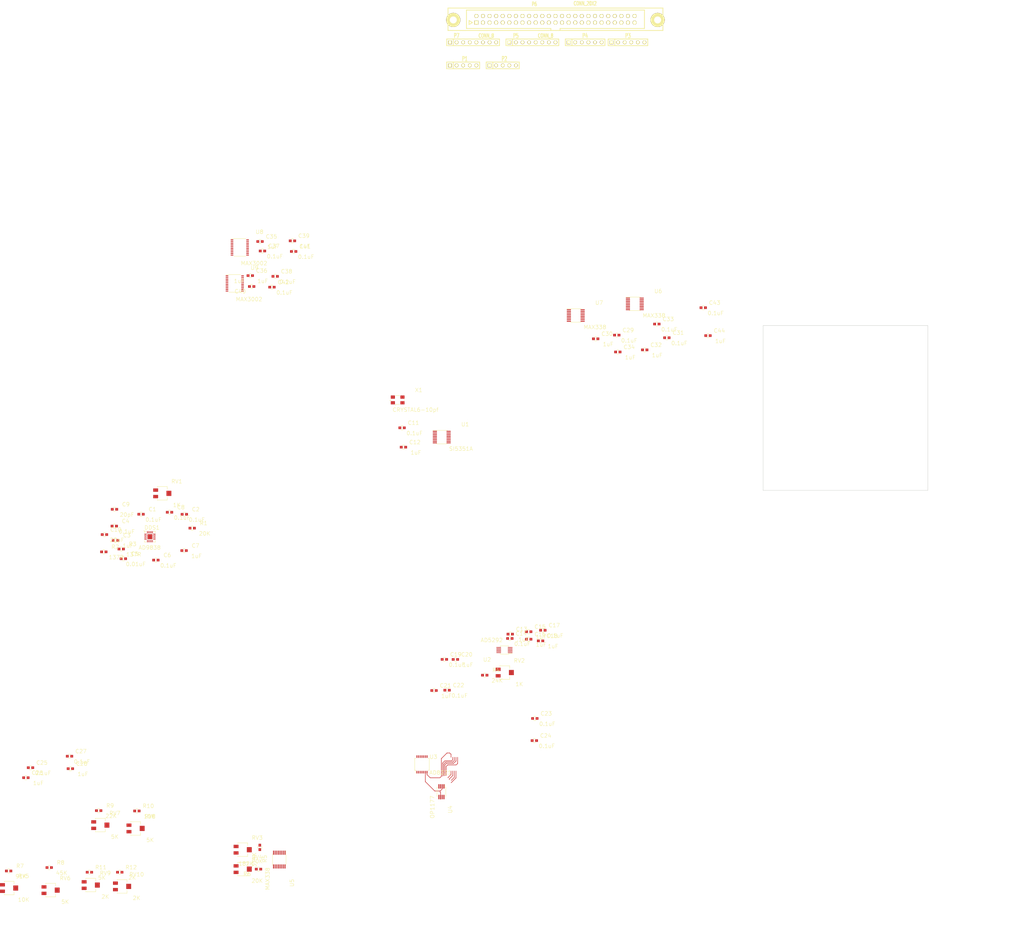
<source format=kicad_pcb>
(kicad_pcb (version 3) (host pcbnew "(2013-mar-13)-testing")

  (general
    (links 243)
    (no_connects 242)
    (area 248.844999 63.424999 312.495001 127.075001)
    (thickness 1.6)
    (drawings 9)
    (tracks 46)
    (zones 0)
    (modules 84)
    (nets 120)
  )

  (page A3)
  (layers
    (15 F.Cu signal)
    (2 Inner2.Cu signal)
    (1 Inner1.Cu signal)
    (0 B.Cu signal)
    (16 B.Adhes user)
    (17 F.Adhes user)
    (18 B.Paste user)
    (19 F.Paste user)
    (20 B.SilkS user)
    (21 F.SilkS user)
    (22 B.Mask user)
    (23 F.Mask user)
    (25 Cmts.User user)
    (28 Edge.Cuts user)
  )

  (setup
    (last_trace_width 0.2032)
    (user_trace_width 0.1524)
    (user_trace_width 0.2032)
    (user_trace_width 0.254)
    (user_trace_width 0.381)
    (user_trace_width 0.508)
    (trace_clearance 0.2032)
    (zone_clearance 0.508)
    (zone_45_only no)
    (trace_min 0.1524)
    (segment_width 0.2)
    (edge_width 0.15)
    (via_size 0.889)
    (via_drill 0.635)
    (via_min_size 0.889)
    (via_min_drill 0.508)
    (user_via 0.889 0.508)
    (user_via 1.27 0.508)
    (user_via 1.27 0.762)
    (user_via 2.54 1.27)
    (uvia_size 0.508)
    (uvia_drill 0.127)
    (uvias_allowed no)
    (uvia_min_size 0.508)
    (uvia_min_drill 0.127)
    (pcb_text_width 0.3)
    (pcb_text_size 1.5 1.5)
    (mod_edge_width 0.15)
    (mod_text_size 1.5 1.5)
    (mod_text_width 0.15)
    (pad_size 1.9 1.3)
    (pad_drill 0)
    (pad_to_mask_clearance 0.2)
    (aux_axis_origin 0 0)
    (visible_elements FFFFF7BF)
    (pcbplotparams
      (layerselection 3178497)
      (usegerberextensions true)
      (excludeedgelayer true)
      (linewidth 0.150000)
      (plotframeref false)
      (viasonmask false)
      (mode 1)
      (useauxorigin false)
      (hpglpennumber 1)
      (hpglpenspeed 20)
      (hpglpendiameter 15)
      (hpglpenoverlay 2)
      (psnegative false)
      (psa4output false)
      (plotreference true)
      (plotvalue true)
      (plotothertext true)
      (plotinvisibletext false)
      (padsonsilk false)
      (subtractmaskfromsilk false)
      (outputformat 1)
      (mirror false)
      (drillshape 1)
      (scaleselection 1)
      (outputdirectory ""))
  )

  (net 0 "")
  (net 1 /Clock/CLK_TWI0)
  (net 2 /Clock/CLK_TWI1)
  (net 3 /CurrentSource/AD8211_IOUT)
  (net 4 /CurrentSource/DPOT_A)
  (net 5 /CurrentSource/DPOT_W)
  (net 6 /CurrentSource/GAIN_BUS0)
  (net 7 /CurrentSource/GAIN_BUS1)
  (net 8 /CurrentSource/GAIN_BUS2)
  (net 9 /CurrentSource/GAIN_BUS3)
  (net 10 /CurrentSource/IOUT)
  (net 11 /CurrentSource/RANGE1)
  (net 12 /CurrentSource/RANGE2)
  (net 13 /CurrentSource/RANGE3)
  (net 14 /CurrentSource/RANGE4)
  (net 15 /CurrentSource/RANGE5)
  (net 16 /CurrentSource/RANGE6)
  (net 17 /CurrentSource/RANGE7)
  (net 18 /CurrentSource/RANGE8)
  (net 19 /CurrentSource/RG2)
  (net 20 /CurrentSource/RNG_0)
  (net 21 /CurrentSource/RNG_1)
  (net 22 /CurrentSource/RNG_2)
  (net 23 /CurrentSource/RNG_3)
  (net 24 /CurrentSource/Rg1)
  (net 25 /CurrentSource/instr_ref)
  (net 26 /DDS/CLK_IN)
  (net 27 /DDS/DDS_BUS0)
  (net 28 /DDS/DDS_BUS1)
  (net 29 /DDS/DDS_BUS2)
  (net 30 /DDS/DDS_BUS3)
  (net 31 /DDS/DDS_BUS4)
  (net 32 /DDS/DDS_BUS5)
  (net 33 /DDS/DDS_BUS6)
  (net 34 /DDS/VOut)
  (net 35 /DDS/VOut-)
  (net 36 /LogicTranslators/IN_MUX0)
  (net 37 /LogicTranslators/IN_MUX1)
  (net 38 /LogicTranslators/IN_MUX2)
  (net 39 /LogicTranslators/IN_MUX3)
  (net 40 /LogicTranslators/OUT_MUX0)
  (net 41 /LogicTranslators/OUT_MUX1)
  (net 42 /LogicTranslators/OUT_MUX2)
  (net 43 /LogicTranslators/OUT_MUX3)
  (net 44 /LogicTranslators/UCOUT0)
  (net 45 /LogicTranslators/UCOUT1)
  (net 46 /LogicTranslators/UCOUT10)
  (net 47 /LogicTranslators/UCOUT11)
  (net 48 /LogicTranslators/UCOUT12)
  (net 49 /LogicTranslators/UCOUT13)
  (net 50 /LogicTranslators/UCOUT14)
  (net 51 /LogicTranslators/UCOUT2)
  (net 52 /LogicTranslators/UCOUT3)
  (net 53 /LogicTranslators/UCOUT4)
  (net 54 /LogicTranslators/UCOUT5)
  (net 55 /LogicTranslators/UCOUT6)
  (net 56 /LogicTranslators/UCOUT7)
  (net 57 /LogicTranslators/UCOUT8)
  (net 58 /LogicTranslators/UCOUT9)
  (net 59 /MUXC0)
  (net 60 /MUXC1)
  (net 61 /MUXC2)
  (net 62 /MUXC3)
  (net 63 /MUXC4)
  (net 64 /MUXCOM0)
  (net 65 /MUXCOM1)
  (net 66 /MUXCOM2)
  (net 67 /MUXD0)
  (net 68 /MUXD1)
  (net 69 /MUXD2)
  (net 70 /MUXD3)
  (net 71 /MUXD4)
  (net 72 /OutputMultiplexer/MUXA0)
  (net 73 /OutputMultiplexer/MUXA1)
  (net 74 /OutputMultiplexer/MUXA2)
  (net 75 /OutputMultiplexer/MUXA3)
  (net 76 /OutputMultiplexer/MUXA4)
  (net 77 /OutputMultiplexer/MUXA5)
  (net 78 /OutputMultiplexer/MUXA6)
  (net 79 /OutputMultiplexer/MUXA7)
  (net 80 /OutputMultiplexer/MUXB0)
  (net 81 /OutputMultiplexer/MUXB1)
  (net 82 /OutputMultiplexer/MUXB2)
  (net 83 /OutputMultiplexer/MUXB3)
  (net 84 /OutputMultiplexer/MUXB4)
  (net 85 /OutputMultiplexer/MUXB5)
  (net 86 /OutputMultiplexer/MUXB6)
  (net 87 /OutputMultiplexer/MUXB7)
  (net 88 /powergen/MUXVSS)
  (net 89 AGND)
  (net 90 AVDD)
  (net 91 AVDD_3V3)
  (net 92 AVSS)
  (net 93 DVDD_2V5)
  (net 94 N-0000031)
  (net 95 N-0000032)
  (net 96 N-0000033)
  (net 97 N-0000034)
  (net 98 N-0000035)
  (net 99 N-0000036)
  (net 100 N-0000037)
  (net 101 N-0000038)
  (net 102 N-0000039)
  (net 103 N-0000040)
  (net 104 N-0000041)
  (net 105 N-0000042)
  (net 106 N-0000043)
  (net 107 N-0000044)
  (net 108 N-0000045)
  (net 109 N-0000046)
  (net 110 N-0000047)
  (net 111 N-0000048)
  (net 112 N-0000049)
  (net 113 N-0000050)
  (net 114 N-0000051)
  (net 115 N-0000061)
  (net 116 N-0000068)
  (net 117 N-0000069)
  (net 118 N-0000070)
  (net 119 N-0000071)

  (net_class Default "This is the default net class."
    (clearance 0.2032)
    (trace_width 0.2032)
    (via_dia 0.889)
    (via_drill 0.635)
    (uvia_dia 0.508)
    (uvia_drill 0.127)
    (add_net "")
    (add_net /Clock/CLK_TWI0)
    (add_net /Clock/CLK_TWI1)
    (add_net /CurrentSource/AD8211_IOUT)
    (add_net /CurrentSource/DPOT_A)
    (add_net /CurrentSource/DPOT_W)
    (add_net /CurrentSource/IOUT)
    (add_net /CurrentSource/RANGE1)
    (add_net /CurrentSource/RANGE2)
    (add_net /CurrentSource/RANGE3)
    (add_net /CurrentSource/RANGE4)
    (add_net /CurrentSource/RANGE5)
    (add_net /CurrentSource/RANGE6)
    (add_net /CurrentSource/RANGE7)
    (add_net /CurrentSource/RANGE8)
    (add_net /CurrentSource/RG2)
    (add_net /CurrentSource/Rg1)
    (add_net /CurrentSource/instr_ref)
    (add_net /DDS/CLK_IN)
    (add_net /DDS/VOut)
    (add_net /DDS/VOut-)
    (add_net /OutputMultiplexer/MUXA0)
    (add_net /OutputMultiplexer/MUXA1)
    (add_net /OutputMultiplexer/MUXA2)
    (add_net /OutputMultiplexer/MUXA3)
    (add_net /OutputMultiplexer/MUXA4)
    (add_net /OutputMultiplexer/MUXA5)
    (add_net /OutputMultiplexer/MUXA6)
    (add_net /OutputMultiplexer/MUXA7)
    (add_net /OutputMultiplexer/MUXB0)
    (add_net /OutputMultiplexer/MUXB1)
    (add_net /OutputMultiplexer/MUXB2)
    (add_net /OutputMultiplexer/MUXB3)
    (add_net /OutputMultiplexer/MUXB4)
    (add_net /OutputMultiplexer/MUXB5)
    (add_net /OutputMultiplexer/MUXB6)
    (add_net /OutputMultiplexer/MUXB7)
    (add_net N-0000031)
    (add_net N-0000032)
    (add_net N-0000033)
    (add_net N-0000034)
    (add_net N-0000035)
    (add_net N-0000036)
    (add_net N-0000037)
    (add_net N-0000038)
    (add_net N-0000039)
    (add_net N-0000040)
    (add_net N-0000041)
    (add_net N-0000042)
    (add_net N-0000043)
    (add_net N-0000044)
    (add_net N-0000045)
    (add_net N-0000046)
    (add_net N-0000047)
    (add_net N-0000048)
    (add_net N-0000049)
    (add_net N-0000050)
    (add_net N-0000051)
    (add_net N-0000061)
    (add_net N-0000068)
    (add_net N-0000069)
    (add_net N-0000070)
    (add_net N-0000071)
  )

  (net_class Logic ""
    (clearance 0.2032)
    (trace_width 0.2032)
    (via_dia 0.889)
    (via_drill 0.635)
    (uvia_dia 0.508)
    (uvia_drill 0.127)
    (add_net /CurrentSource/GAIN_BUS0)
    (add_net /CurrentSource/GAIN_BUS1)
    (add_net /CurrentSource/GAIN_BUS2)
    (add_net /CurrentSource/GAIN_BUS3)
    (add_net /CurrentSource/RNG_0)
    (add_net /CurrentSource/RNG_1)
    (add_net /CurrentSource/RNG_2)
    (add_net /CurrentSource/RNG_3)
    (add_net /DDS/DDS_BUS0)
    (add_net /DDS/DDS_BUS1)
    (add_net /DDS/DDS_BUS2)
    (add_net /DDS/DDS_BUS3)
    (add_net /DDS/DDS_BUS4)
    (add_net /DDS/DDS_BUS5)
    (add_net /DDS/DDS_BUS6)
    (add_net /LogicTranslators/IN_MUX0)
    (add_net /LogicTranslators/IN_MUX1)
    (add_net /LogicTranslators/IN_MUX2)
    (add_net /LogicTranslators/IN_MUX3)
    (add_net /LogicTranslators/OUT_MUX0)
    (add_net /LogicTranslators/OUT_MUX1)
    (add_net /LogicTranslators/OUT_MUX2)
    (add_net /LogicTranslators/OUT_MUX3)
    (add_net /LogicTranslators/UCOUT0)
    (add_net /LogicTranslators/UCOUT1)
    (add_net /LogicTranslators/UCOUT10)
    (add_net /LogicTranslators/UCOUT11)
    (add_net /LogicTranslators/UCOUT12)
    (add_net /LogicTranslators/UCOUT13)
    (add_net /LogicTranslators/UCOUT14)
    (add_net /LogicTranslators/UCOUT2)
    (add_net /LogicTranslators/UCOUT3)
    (add_net /LogicTranslators/UCOUT4)
    (add_net /LogicTranslators/UCOUT5)
    (add_net /LogicTranslators/UCOUT6)
    (add_net /LogicTranslators/UCOUT7)
    (add_net /LogicTranslators/UCOUT8)
    (add_net /LogicTranslators/UCOUT9)
    (add_net /MUXC0)
    (add_net /MUXC1)
    (add_net /MUXC2)
    (add_net /MUXC3)
    (add_net /MUXC4)
    (add_net /MUXCOM0)
    (add_net /MUXCOM1)
    (add_net /MUXCOM2)
    (add_net /MUXD0)
    (add_net /MUXD1)
    (add_net /MUXD2)
    (add_net /MUXD3)
    (add_net /MUXD4)
  )

  (net_class Power ""
    (clearance 0.254)
    (trace_width 0.254)
    (via_dia 0.889)
    (via_drill 0.635)
    (uvia_dia 0.508)
    (uvia_drill 0.127)
    (add_net /powergen/MUXVSS)
    (add_net AGND)
    (add_net AVDD)
    (add_net AVDD_3V3)
    (add_net AVSS)
    (add_net DVDD_2V5)
  )

  (net_class "Signal_small(outer only)" ""
    (clearance 0.1524)
    (trace_width 0.1524)
    (via_dia 0.889)
    (via_drill 0.635)
    (uvia_dia 0.508)
    (uvia_drill 0.127)
  )

  (module 0603 (layer F.Cu) (tedit 53114A8A) (tstamp 53193BE6)
    (at 9.2202 136.2202)
    (path /531670E3/53166354)
    (attr smd)
    (fp_text reference C1 (at 4.4 -1.9) (layer F.SilkS)
      (effects (font (size 1.5 1.5) (thickness 0.15)))
    )
    (fp_text value 0.1uF (at 4.8 2.1) (layer F.SilkS)
      (effects (font (size 1.5 1.5) (thickness 0.15)))
    )
    (fp_line (start -0.5 0.8) (end 0.5 0.8) (layer F.SilkS) (width 0.15))
    (fp_line (start -0.5 -0.8) (end 0.5 -0.8) (layer F.SilkS) (width 0.15))
    (pad 1 smd rect (at -0.85 0) (size 1.1 1)
      (layers F.Cu F.Paste F.Mask)
      (net 91 AVDD_3V3)
    )
    (pad 2 smd rect (at 0.85 0) (size 1.1 1)
      (layers F.Cu F.Paste F.Mask)
      (net 89 AGND)
    )
  )

  (module 0603 (layer F.Cu) (tedit 53114A8A) (tstamp 53193BEE)
    (at 25.908 136.2456)
    (path /531670E3/531663CA)
    (attr smd)
    (fp_text reference C2 (at 4.4 -1.9) (layer F.SilkS)
      (effects (font (size 1.5 1.5) (thickness 0.15)))
    )
    (fp_text value 0.1uF (at 4.8 2.1) (layer F.SilkS)
      (effects (font (size 1.5 1.5) (thickness 0.15)))
    )
    (fp_line (start -0.5 0.8) (end 0.5 0.8) (layer F.SilkS) (width 0.15))
    (fp_line (start -0.5 -0.8) (end 0.5 -0.8) (layer F.SilkS) (width 0.15))
    (pad 1 smd rect (at -0.85 0) (size 1.1 1)
      (layers F.Cu F.Paste F.Mask)
      (net 102 N-0000039)
    )
    (pad 2 smd rect (at 0.85 0) (size 1.1 1)
      (layers F.Cu F.Paste F.Mask)
      (net 89 AGND)
    )
  )

  (module 0603 (layer F.Cu) (tedit 53114A8A) (tstamp 53193BF6)
    (at -0.635 146.2786)
    (path /531670E3/5316634E)
    (attr smd)
    (fp_text reference C3 (at 4.4 -1.9) (layer F.SilkS)
      (effects (font (size 1.5 1.5) (thickness 0.15)))
    )
    (fp_text value 1uF (at 4.8 2.1) (layer F.SilkS)
      (effects (font (size 1.5 1.5) (thickness 0.15)))
    )
    (fp_line (start -0.5 0.8) (end 0.5 0.8) (layer F.SilkS) (width 0.15))
    (fp_line (start -0.5 -0.8) (end 0.5 -0.8) (layer F.SilkS) (width 0.15))
    (pad 1 smd rect (at -0.85 0) (size 1.1 1)
      (layers F.Cu F.Paste F.Mask)
      (net 89 AGND)
    )
    (pad 2 smd rect (at 0.85 0) (size 1.1 1)
      (layers F.Cu F.Paste F.Mask)
      (net 91 AVDD_3V3)
    )
  )

  (module 0603 (layer F.Cu) (tedit 53114A8A) (tstamp 53193BFE)
    (at -1.0922 140.7922)
    (path /531670E3/53166348)
    (attr smd)
    (fp_text reference C4 (at 4.4 -1.9) (layer F.SilkS)
      (effects (font (size 1.5 1.5) (thickness 0.15)))
    )
    (fp_text value 0.1uF (at 4.8 2.1) (layer F.SilkS)
      (effects (font (size 1.5 1.5) (thickness 0.15)))
    )
    (fp_line (start -0.5 0.8) (end 0.5 0.8) (layer F.SilkS) (width 0.15))
    (fp_line (start -0.5 -0.8) (end 0.5 -0.8) (layer F.SilkS) (width 0.15))
    (pad 1 smd rect (at -0.85 0) (size 1.1 1)
      (layers F.Cu F.Paste F.Mask)
      (net 89 AGND)
    )
    (pad 2 smd rect (at 0.85 0) (size 1.1 1)
      (layers F.Cu F.Paste F.Mask)
      (net 103 N-0000040)
    )
  )

  (module 0603 (layer F.Cu) (tedit 53114A8A) (tstamp 53193C06)
    (at 2.413 153.3652)
    (path /531670E3/53166360)
    (attr smd)
    (fp_text reference C5 (at 4.4 -1.9) (layer F.SilkS)
      (effects (font (size 1.5 1.5) (thickness 0.15)))
    )
    (fp_text value 0.01uF (at 4.8 2.1) (layer F.SilkS)
      (effects (font (size 1.5 1.5) (thickness 0.15)))
    )
    (fp_line (start -0.5 0.8) (end 0.5 0.8) (layer F.SilkS) (width 0.15))
    (fp_line (start -0.5 -0.8) (end 0.5 -0.8) (layer F.SilkS) (width 0.15))
    (pad 1 smd rect (at -0.85 0) (size 1.1 1)
      (layers F.Cu F.Paste F.Mask)
      (net 104 N-0000041)
    )
    (pad 2 smd rect (at 0.85 0) (size 1.1 1)
      (layers F.Cu F.Paste F.Mask)
      (net 91 AVDD_3V3)
    )
  )

  (module 0603 (layer F.Cu) (tedit 53114A8A) (tstamp 53193C0E)
    (at 14.9352 153.8986)
    (path /531670E3/53166378)
    (attr smd)
    (fp_text reference C6 (at 4.4 -1.9) (layer F.SilkS)
      (effects (font (size 1.5 1.5) (thickness 0.15)))
    )
    (fp_text value 0.1uF (at 4.8 2.1) (layer F.SilkS)
      (effects (font (size 1.5 1.5) (thickness 0.15)))
    )
    (fp_line (start -0.5 0.8) (end 0.5 0.8) (layer F.SilkS) (width 0.15))
    (fp_line (start -0.5 -0.8) (end 0.5 -0.8) (layer F.SilkS) (width 0.15))
    (pad 1 smd rect (at -0.85 0) (size 1.1 1)
      (layers F.Cu F.Paste F.Mask)
      (net 89 AGND)
    )
    (pad 2 smd rect (at 0.85 0) (size 1.1 1)
      (layers F.Cu F.Paste F.Mask)
      (net 91 AVDD_3V3)
    )
  )

  (module 0603 (layer F.Cu) (tedit 53114A8A) (tstamp 53193C16)
    (at 25.8064 150.241)
    (path /531670E3/53166372)
    (attr smd)
    (fp_text reference C7 (at 4.4 -1.9) (layer F.SilkS)
      (effects (font (size 1.5 1.5) (thickness 0.15)))
    )
    (fp_text value 1uF (at 4.8 2.1) (layer F.SilkS)
      (effects (font (size 1.5 1.5) (thickness 0.15)))
    )
    (fp_line (start -0.5 0.8) (end 0.5 0.8) (layer F.SilkS) (width 0.15))
    (fp_line (start -0.5 -0.8) (end 0.5 -0.8) (layer F.SilkS) (width 0.15))
    (pad 1 smd rect (at -0.85 0) (size 1.1 1)
      (layers F.Cu F.Paste F.Mask)
      (net 89 AGND)
    )
    (pad 2 smd rect (at 0.85 0) (size 1.1 1)
      (layers F.Cu F.Paste F.Mask)
      (net 91 AVDD_3V3)
    )
  )

  (module 0603 (layer F.Cu) (tedit 53114A8A) (tstamp 53193C1E)
    (at 20.193 135.4582)
    (path /531670E3/531663BF)
    (attr smd)
    (fp_text reference C8 (at 4.4 -1.9) (layer F.SilkS)
      (effects (font (size 1.5 1.5) (thickness 0.15)))
    )
    (fp_text value 0.1uF (at 4.8 2.1) (layer F.SilkS)
      (effects (font (size 1.5 1.5) (thickness 0.15)))
    )
    (fp_line (start -0.5 0.8) (end 0.5 0.8) (layer F.SilkS) (width 0.15))
    (fp_line (start -0.5 -0.8) (end 0.5 -0.8) (layer F.SilkS) (width 0.15))
    (pad 1 smd rect (at -0.85 0) (size 1.1 1)
      (layers F.Cu F.Paste F.Mask)
      (net 89 AGND)
    )
    (pad 2 smd rect (at 0.85 0) (size 1.1 1)
      (layers F.Cu F.Paste F.Mask)
      (net 105 N-0000042)
    )
  )

  (module 0603 (layer F.Cu) (tedit 53114A8A) (tstamp 53193C26)
    (at -1.016 134.3152)
    (path /531670E3/53166A22)
    (attr smd)
    (fp_text reference C9 (at 4.4 -1.9) (layer F.SilkS)
      (effects (font (size 1.5 1.5) (thickness 0.15)))
    )
    (fp_text value 20pF (at 4.8 2.1) (layer F.SilkS)
      (effects (font (size 1.5 1.5) (thickness 0.15)))
    )
    (fp_line (start -0.5 0.8) (end 0.5 0.8) (layer F.SilkS) (width 0.15))
    (fp_line (start -0.5 -0.8) (end 0.5 -0.8) (layer F.SilkS) (width 0.15))
    (pad 1 smd rect (at -0.85 0) (size 1.1 1)
      (layers F.Cu F.Paste F.Mask)
      (net 34 /DDS/VOut)
    )
    (pad 2 smd rect (at 0.85 0) (size 1.1 1)
      (layers F.Cu F.Paste F.Mask)
      (net 89 AGND)
    )
  )

  (module 0603 (layer F.Cu) (tedit 53114A8A) (tstamp 53193C2E)
    (at -4.8768 144.0688)
    (path /531670E3/53166A3C)
    (attr smd)
    (fp_text reference C10 (at 4.4 -1.9) (layer F.SilkS)
      (effects (font (size 1.5 1.5) (thickness 0.15)))
    )
    (fp_text value 20pF (at 4.8 2.1) (layer F.SilkS)
      (effects (font (size 1.5 1.5) (thickness 0.15)))
    )
    (fp_line (start -0.5 0.8) (end 0.5 0.8) (layer F.SilkS) (width 0.15))
    (fp_line (start -0.5 -0.8) (end 0.5 -0.8) (layer F.SilkS) (width 0.15))
    (pad 1 smd rect (at -0.85 0) (size 1.1 1)
      (layers F.Cu F.Paste F.Mask)
      (net 35 /DDS/VOut-)
    )
    (pad 2 smd rect (at 0.85 0) (size 1.1 1)
      (layers F.Cu F.Paste F.Mask)
      (net 89 AGND)
    )
  )

  (module 0603 (layer F.Cu) (tedit 53114A8A) (tstamp 53193C36)
    (at 109.8042 102.8954)
    (path /5316C57F/5316C6A0)
    (attr smd)
    (fp_text reference C11 (at 4.4 -1.9) (layer F.SilkS)
      (effects (font (size 1.5 1.5) (thickness 0.15)))
    )
    (fp_text value 0.1uF (at 4.8 2.1) (layer F.SilkS)
      (effects (font (size 1.5 1.5) (thickness 0.15)))
    )
    (fp_line (start -0.5 0.8) (end 0.5 0.8) (layer F.SilkS) (width 0.15))
    (fp_line (start -0.5 -0.8) (end 0.5 -0.8) (layer F.SilkS) (width 0.15))
    (pad 1 smd rect (at -0.85 0) (size 1.1 1)
      (layers F.Cu F.Paste F.Mask)
      (net 91 AVDD_3V3)
    )
    (pad 2 smd rect (at 0.85 0) (size 1.1 1)
      (layers F.Cu F.Paste F.Mask)
      (net 89 AGND)
    )
  )

  (module 0603 (layer F.Cu) (tedit 53114A8A) (tstamp 53193C3E)
    (at 110.3376 110.363)
    (path /5316C57F/5316C69A)
    (attr smd)
    (fp_text reference C12 (at 4.4 -1.9) (layer F.SilkS)
      (effects (font (size 1.5 1.5) (thickness 0.15)))
    )
    (fp_text value 1uF (at 4.8 2.1) (layer F.SilkS)
      (effects (font (size 1.5 1.5) (thickness 0.15)))
    )
    (fp_line (start -0.5 0.8) (end 0.5 0.8) (layer F.SilkS) (width 0.15))
    (fp_line (start -0.5 -0.8) (end 0.5 -0.8) (layer F.SilkS) (width 0.15))
    (pad 1 smd rect (at -0.85 0) (size 1.1 1)
      (layers F.Cu F.Paste F.Mask)
      (net 91 AVDD_3V3)
    )
    (pad 2 smd rect (at 0.85 0) (size 1.1 1)
      (layers F.Cu F.Paste F.Mask)
      (net 89 AGND)
    )
  )

  (module 0603 (layer F.Cu) (tedit 53114A8A) (tstamp 53193C46)
    (at 151.4856 182.4482)
    (path /531699F6/5316EBB7)
    (attr smd)
    (fp_text reference C13 (at 4.4 -1.9) (layer F.SilkS)
      (effects (font (size 1.5 1.5) (thickness 0.15)))
    )
    (fp_text value .1uF (at 4.8 2.1) (layer F.SilkS)
      (effects (font (size 1.5 1.5) (thickness 0.15)))
    )
    (fp_line (start -0.5 0.8) (end 0.5 0.8) (layer F.SilkS) (width 0.15))
    (fp_line (start -0.5 -0.8) (end 0.5 -0.8) (layer F.SilkS) (width 0.15))
    (pad 1 smd rect (at -0.85 0) (size 1.1 1)
      (layers F.Cu F.Paste F.Mask)
      (net 115 N-0000061)
    )
    (pad 2 smd rect (at 0.85 0) (size 1.1 1)
      (layers F.Cu F.Paste F.Mask)
      (net 89 AGND)
    )
  )

  (module 0603 (layer F.Cu) (tedit 53114A8A) (tstamp 53193C4E)
    (at 151.3332 184.1246)
    (path /531699F6/5316EBCF)
    (attr smd)
    (fp_text reference C14 (at 4.4 -1.9) (layer F.SilkS)
      (effects (font (size 1.5 1.5) (thickness 0.15)))
    )
    (fp_text value 0.1uF (at 4.8 2.1) (layer F.SilkS)
      (effects (font (size 1.5 1.5) (thickness 0.15)))
    )
    (fp_line (start -0.5 0.8) (end 0.5 0.8) (layer F.SilkS) (width 0.15))
    (fp_line (start -0.5 -0.8) (end 0.5 -0.8) (layer F.SilkS) (width 0.15))
    (pad 1 smd rect (at -0.85 0) (size 1.1 1)
      (layers F.Cu F.Paste F.Mask)
      (net 92 AVSS)
    )
    (pad 2 smd rect (at 0.85 0) (size 1.1 1)
      (layers F.Cu F.Paste F.Mask)
      (net 89 AGND)
    )
  )

  (module 0603 (layer F.Cu) (tedit 53114A8A) (tstamp 53193C56)
    (at 158.5976 181.5084)
    (path /531699F6/5316EBD5)
    (attr smd)
    (fp_text reference C15 (at 4.4 -1.9) (layer F.SilkS)
      (effects (font (size 1.5 1.5) (thickness 0.15)))
    )
    (fp_text value 1uF (at 4.8 2.1) (layer F.SilkS)
      (effects (font (size 1.5 1.5) (thickness 0.15)))
    )
    (fp_line (start -0.5 0.8) (end 0.5 0.8) (layer F.SilkS) (width 0.15))
    (fp_line (start -0.5 -0.8) (end 0.5 -0.8) (layer F.SilkS) (width 0.15))
    (pad 1 smd rect (at -0.85 0) (size 1.1 1)
      (layers F.Cu F.Paste F.Mask)
      (net 92 AVSS)
    )
    (pad 2 smd rect (at 0.85 0) (size 1.1 1)
      (layers F.Cu F.Paste F.Mask)
      (net 89 AGND)
    )
  )

  (module 0603 (layer F.Cu) (tedit 53114A8A) (tstamp 53193C5E)
    (at 158.5976 184.404)
    (path /531699F6/5316EBBD)
    (attr smd)
    (fp_text reference C16 (at 4.4 -1.9) (layer F.SilkS)
      (effects (font (size 1.5 1.5) (thickness 0.15)))
    )
    (fp_text value 1uF (at 4.8 2.1) (layer F.SilkS)
      (effects (font (size 1.5 1.5) (thickness 0.15)))
    )
    (fp_line (start -0.5 0.8) (end 0.5 0.8) (layer F.SilkS) (width 0.15))
    (fp_line (start -0.5 -0.8) (end 0.5 -0.8) (layer F.SilkS) (width 0.15))
    (pad 1 smd rect (at -0.85 0) (size 1.1 1)
      (layers F.Cu F.Paste F.Mask)
      (net 91 AVDD_3V3)
    )
    (pad 2 smd rect (at 0.85 0) (size 1.1 1)
      (layers F.Cu F.Paste F.Mask)
      (net 89 AGND)
    )
  )

  (module 0603 (layer F.Cu) (tedit 53114A8A) (tstamp 53193C66)
    (at 164.0586 180.9496)
    (path /531699F6/5316EBE7)
    (attr smd)
    (fp_text reference C17 (at 4.4 -1.9) (layer F.SilkS)
      (effects (font (size 1.5 1.5) (thickness 0.15)))
    )
    (fp_text value 0.1uF (at 4.8 2.1) (layer F.SilkS)
      (effects (font (size 1.5 1.5) (thickness 0.15)))
    )
    (fp_line (start -0.5 0.8) (end 0.5 0.8) (layer F.SilkS) (width 0.15))
    (fp_line (start -0.5 -0.8) (end 0.5 -0.8) (layer F.SilkS) (width 0.15))
    (pad 1 smd rect (at -0.85 0) (size 1.1 1)
      (layers F.Cu F.Paste F.Mask)
      (net 90 AVDD)
    )
    (pad 2 smd rect (at 0.85 0) (size 1.1 1)
      (layers F.Cu F.Paste F.Mask)
      (net 89 AGND)
    )
  )

  (module 0603 (layer F.Cu) (tedit 53114A8A) (tstamp 53193C6E)
    (at 163.1696 185.039)
    (path /531699F6/5316EBED)
    (attr smd)
    (fp_text reference C18 (at 4.4 -1.9) (layer F.SilkS)
      (effects (font (size 1.5 1.5) (thickness 0.15)))
    )
    (fp_text value 1uF (at 4.8 2.1) (layer F.SilkS)
      (effects (font (size 1.5 1.5) (thickness 0.15)))
    )
    (fp_line (start -0.5 0.8) (end 0.5 0.8) (layer F.SilkS) (width 0.15))
    (fp_line (start -0.5 -0.8) (end 0.5 -0.8) (layer F.SilkS) (width 0.15))
    (pad 1 smd rect (at -0.85 0) (size 1.1 1)
      (layers F.Cu F.Paste F.Mask)
      (net 90 AVDD)
    )
    (pad 2 smd rect (at 0.85 0) (size 1.1 1)
      (layers F.Cu F.Paste F.Mask)
      (net 89 AGND)
    )
  )

  (module 0603 (layer F.Cu) (tedit 53114A8A) (tstamp 53193C76)
    (at 126.111 192.1764)
    (path /531699F6/53169202)
    (attr smd)
    (fp_text reference C19 (at 4.4 -1.9) (layer F.SilkS)
      (effects (font (size 1.5 1.5) (thickness 0.15)))
    )
    (fp_text value 0.1uF (at 4.8 2.1) (layer F.SilkS)
      (effects (font (size 1.5 1.5) (thickness 0.15)))
    )
    (fp_line (start -0.5 0.8) (end 0.5 0.8) (layer F.SilkS) (width 0.15))
    (fp_line (start -0.5 -0.8) (end 0.5 -0.8) (layer F.SilkS) (width 0.15))
    (pad 1 smd rect (at -0.85 0) (size 1.1 1)
      (layers F.Cu F.Paste F.Mask)
      (net 90 AVDD)
    )
    (pad 2 smd rect (at 0.85 0) (size 1.1 1)
      (layers F.Cu F.Paste F.Mask)
      (net 89 AGND)
    )
  )

  (module 0603 (layer F.Cu) (tedit 53114A8A) (tstamp 53193C7E)
    (at 130.3528 192.2018)
    (path /531699F6/531691FC)
    (attr smd)
    (fp_text reference C20 (at 4.4 -1.9) (layer F.SilkS)
      (effects (font (size 1.5 1.5) (thickness 0.15)))
    )
    (fp_text value 1uF (at 4.8 2.1) (layer F.SilkS)
      (effects (font (size 1.5 1.5) (thickness 0.15)))
    )
    (fp_line (start -0.5 0.8) (end 0.5 0.8) (layer F.SilkS) (width 0.15))
    (fp_line (start -0.5 -0.8) (end 0.5 -0.8) (layer F.SilkS) (width 0.15))
    (pad 1 smd rect (at -0.85 0) (size 1.1 1)
      (layers F.Cu F.Paste F.Mask)
      (net 90 AVDD)
    )
    (pad 2 smd rect (at 0.85 0) (size 1.1 1)
      (layers F.Cu F.Paste F.Mask)
      (net 89 AGND)
    )
  )

  (module 0603 (layer F.Cu) (tedit 53114A8A) (tstamp 53193C86)
    (at 122.1232 204.1906)
    (path /531699F6/5316921A)
    (attr smd)
    (fp_text reference C21 (at 4.4 -1.9) (layer F.SilkS)
      (effects (font (size 1.5 1.5) (thickness 0.15)))
    )
    (fp_text value 1uF (at 4.8 2.1) (layer F.SilkS)
      (effects (font (size 1.5 1.5) (thickness 0.15)))
    )
    (fp_line (start -0.5 0.8) (end 0.5 0.8) (layer F.SilkS) (width 0.15))
    (fp_line (start -0.5 -0.8) (end 0.5 -0.8) (layer F.SilkS) (width 0.15))
    (pad 1 smd rect (at -0.85 0) (size 1.1 1)
      (layers F.Cu F.Paste F.Mask)
      (net 92 AVSS)
    )
    (pad 2 smd rect (at 0.85 0) (size 1.1 1)
      (layers F.Cu F.Paste F.Mask)
      (net 89 AGND)
    )
  )

  (module 0603 (layer F.Cu) (tedit 53114A8A) (tstamp 53193C8E)
    (at 127.1524 204.0636)
    (path /531699F6/53169214)
    (attr smd)
    (fp_text reference C22 (at 4.4 -1.9) (layer F.SilkS)
      (effects (font (size 1.5 1.5) (thickness 0.15)))
    )
    (fp_text value 0.1uF (at 4.8 2.1) (layer F.SilkS)
      (effects (font (size 1.5 1.5) (thickness 0.15)))
    )
    (fp_line (start -0.5 0.8) (end 0.5 0.8) (layer F.SilkS) (width 0.15))
    (fp_line (start -0.5 -0.8) (end 0.5 -0.8) (layer F.SilkS) (width 0.15))
    (pad 1 smd rect (at -0.85 0) (size 1.1 1)
      (layers F.Cu F.Paste F.Mask)
      (net 92 AVSS)
    )
    (pad 2 smd rect (at 0.85 0) (size 1.1 1)
      (layers F.Cu F.Paste F.Mask)
      (net 89 AGND)
    )
  )

  (module 0603 (layer F.Cu) (tedit 53114A8A) (tstamp 53193C96)
    (at 160.9598 214.9602)
    (path /531699F6/531691D8)
    (attr smd)
    (fp_text reference C23 (at 4.4 -1.9) (layer F.SilkS)
      (effects (font (size 1.5 1.5) (thickness 0.15)))
    )
    (fp_text value 0.1uF (at 4.8 2.1) (layer F.SilkS)
      (effects (font (size 1.5 1.5) (thickness 0.15)))
    )
    (fp_line (start -0.5 0.8) (end 0.5 0.8) (layer F.SilkS) (width 0.15))
    (fp_line (start -0.5 -0.8) (end 0.5 -0.8) (layer F.SilkS) (width 0.15))
    (pad 1 smd rect (at -0.85 0) (size 1.1 1)
      (layers F.Cu F.Paste F.Mask)
      (net 90 AVDD)
    )
    (pad 2 smd rect (at 0.85 0) (size 1.1 1)
      (layers F.Cu F.Paste F.Mask)
      (net 89 AGND)
    )
  )

  (module 0603 (layer F.Cu) (tedit 53114A8A) (tstamp 53193C9E)
    (at 160.782 223.4946)
    (path /531699F6/531691CC)
    (attr smd)
    (fp_text reference C24 (at 4.4 -1.9) (layer F.SilkS)
      (effects (font (size 1.5 1.5) (thickness 0.15)))
    )
    (fp_text value 0.1uF (at 4.8 2.1) (layer F.SilkS)
      (effects (font (size 1.5 1.5) (thickness 0.15)))
    )
    (fp_line (start -0.5 0.8) (end 0.5 0.8) (layer F.SilkS) (width 0.15))
    (fp_line (start -0.5 -0.8) (end 0.5 -0.8) (layer F.SilkS) (width 0.15))
    (pad 1 smd rect (at -0.85 0) (size 1.1 1)
      (layers F.Cu F.Paste F.Mask)
      (net 92 AVSS)
    )
    (pad 2 smd rect (at 0.85 0) (size 1.1 1)
      (layers F.Cu F.Paste F.Mask)
      (net 89 AGND)
    )
  )

  (module 0603 (layer F.Cu) (tedit 53114A8A) (tstamp 53193CA6)
    (at -33.3756 233.934)
    (path /531699F6/5316DC8A)
    (attr smd)
    (fp_text reference C25 (at 4.4 -1.9) (layer F.SilkS)
      (effects (font (size 1.5 1.5) (thickness 0.15)))
    )
    (fp_text value 0.1uF (at 4.8 2.1) (layer F.SilkS)
      (effects (font (size 1.5 1.5) (thickness 0.15)))
    )
    (fp_line (start -0.5 0.8) (end 0.5 0.8) (layer F.SilkS) (width 0.15))
    (fp_line (start -0.5 -0.8) (end 0.5 -0.8) (layer F.SilkS) (width 0.15))
    (pad 1 smd rect (at -0.85 0) (size 1.1 1)
      (layers F.Cu F.Paste F.Mask)
      (net 90 AVDD)
    )
    (pad 2 smd rect (at 0.85 0) (size 1.1 1)
      (layers F.Cu F.Paste F.Mask)
      (net 89 AGND)
    )
  )

  (module 0603 (layer F.Cu) (tedit 53114A8A) (tstamp 53193CAE)
    (at -35.1536 237.7948)
    (path /531699F6/5316DC84)
    (attr smd)
    (fp_text reference C26 (at 4.4 -1.9) (layer F.SilkS)
      (effects (font (size 1.5 1.5) (thickness 0.15)))
    )
    (fp_text value 1uF (at 4.8 2.1) (layer F.SilkS)
      (effects (font (size 1.5 1.5) (thickness 0.15)))
    )
    (fp_line (start -0.5 0.8) (end 0.5 0.8) (layer F.SilkS) (width 0.15))
    (fp_line (start -0.5 -0.8) (end 0.5 -0.8) (layer F.SilkS) (width 0.15))
    (pad 1 smd rect (at -0.85 0) (size 1.1 1)
      (layers F.Cu F.Paste F.Mask)
      (net 90 AVDD)
    )
    (pad 2 smd rect (at 0.85 0) (size 1.1 1)
      (layers F.Cu F.Paste F.Mask)
      (net 89 AGND)
    )
  )

  (module 0603 (layer F.Cu) (tedit 53114A8A) (tstamp 53193CB6)
    (at -18.3388 229.5144)
    (path /531699F6/5316DCA2)
    (attr smd)
    (fp_text reference C27 (at 4.4 -1.9) (layer F.SilkS)
      (effects (font (size 1.5 1.5) (thickness 0.15)))
    )
    (fp_text value 0.1uF (at 4.8 2.1) (layer F.SilkS)
      (effects (font (size 1.5 1.5) (thickness 0.15)))
    )
    (fp_line (start -0.5 0.8) (end 0.5 0.8) (layer F.SilkS) (width 0.15))
    (fp_line (start -0.5 -0.8) (end 0.5 -0.8) (layer F.SilkS) (width 0.15))
    (pad 1 smd rect (at -0.85 0) (size 1.1 1)
      (layers F.Cu F.Paste F.Mask)
      (net 92 AVSS)
    )
    (pad 2 smd rect (at 0.85 0) (size 1.1 1)
      (layers F.Cu F.Paste F.Mask)
      (net 89 AGND)
    )
  )

  (module 0603 (layer F.Cu) (tedit 53114A8A) (tstamp 53193CBE)
    (at -18.0086 234.315)
    (path /531699F6/5316DC9C)
    (attr smd)
    (fp_text reference C28 (at 4.4 -1.9) (layer F.SilkS)
      (effects (font (size 1.5 1.5) (thickness 0.15)))
    )
    (fp_text value 1uF (at 4.8 2.1) (layer F.SilkS)
      (effects (font (size 1.5 1.5) (thickness 0.15)))
    )
    (fp_line (start -0.5 0.8) (end 0.5 0.8) (layer F.SilkS) (width 0.15))
    (fp_line (start -0.5 -0.8) (end 0.5 -0.8) (layer F.SilkS) (width 0.15))
    (pad 1 smd rect (at -0.85 0) (size 1.1 1)
      (layers F.Cu F.Paste F.Mask)
      (net 92 AVSS)
    )
    (pad 2 smd rect (at 0.85 0) (size 1.1 1)
      (layers F.Cu F.Paste F.Mask)
      (net 89 AGND)
    )
  )

  (module 0603 (layer F.Cu) (tedit 53114A8A) (tstamp 53193CC6)
    (at 192.532 67.1576)
    (path /531703E6/5317119C)
    (attr smd)
    (fp_text reference C29 (at 4.4 -1.9) (layer F.SilkS)
      (effects (font (size 1.5 1.5) (thickness 0.15)))
    )
    (fp_text value 0.1uF (at 4.8 2.1) (layer F.SilkS)
      (effects (font (size 1.5 1.5) (thickness 0.15)))
    )
    (fp_line (start -0.5 0.8) (end 0.5 0.8) (layer F.SilkS) (width 0.15))
    (fp_line (start -0.5 -0.8) (end 0.5 -0.8) (layer F.SilkS) (width 0.15))
    (pad 1 smd rect (at -0.85 0) (size 1.1 1)
      (layers F.Cu F.Paste F.Mask)
      (net 90 AVDD)
    )
    (pad 2 smd rect (at 0.85 0) (size 1.1 1)
      (layers F.Cu F.Paste F.Mask)
      (net 89 AGND)
    )
  )

  (module 0603 (layer F.Cu) (tedit 53114A8A) (tstamp 53193CCE)
    (at 184.404 68.58)
    (path /531703E6/53171196)
    (attr smd)
    (fp_text reference C30 (at 4.4 -1.9) (layer F.SilkS)
      (effects (font (size 1.5 1.5) (thickness 0.15)))
    )
    (fp_text value 1uF (at 4.8 2.1) (layer F.SilkS)
      (effects (font (size 1.5 1.5) (thickness 0.15)))
    )
    (fp_line (start -0.5 0.8) (end 0.5 0.8) (layer F.SilkS) (width 0.15))
    (fp_line (start -0.5 -0.8) (end 0.5 -0.8) (layer F.SilkS) (width 0.15))
    (pad 1 smd rect (at -0.85 0) (size 1.1 1)
      (layers F.Cu F.Paste F.Mask)
      (net 90 AVDD)
    )
    (pad 2 smd rect (at 0.85 0) (size 1.1 1)
      (layers F.Cu F.Paste F.Mask)
      (net 89 AGND)
    )
  )

  (module 0603 (layer F.Cu) (tedit 53114A8A) (tstamp 53193CD6)
    (at 211.836 68.1736)
    (path /531703E6/531711B4)
    (attr smd)
    (fp_text reference C31 (at 4.4 -1.9) (layer F.SilkS)
      (effects (font (size 1.5 1.5) (thickness 0.15)))
    )
    (fp_text value 0.1uF (at 4.8 2.1) (layer F.SilkS)
      (effects (font (size 1.5 1.5) (thickness 0.15)))
    )
    (fp_line (start -0.5 0.8) (end 0.5 0.8) (layer F.SilkS) (width 0.15))
    (fp_line (start -0.5 -0.8) (end 0.5 -0.8) (layer F.SilkS) (width 0.15))
    (pad 1 smd rect (at -0.85 0) (size 1.1 1)
      (layers F.Cu F.Paste F.Mask)
      (net 92 AVSS)
    )
    (pad 2 smd rect (at 0.85 0) (size 1.1 1)
      (layers F.Cu F.Paste F.Mask)
      (net 89 AGND)
    )
  )

  (module 0603 (layer F.Cu) (tedit 53114A8A) (tstamp 53193CDE)
    (at 203.3016 72.8472)
    (path /531703E6/531711AE)
    (attr smd)
    (fp_text reference C32 (at 4.4 -1.9) (layer F.SilkS)
      (effects (font (size 1.5 1.5) (thickness 0.15)))
    )
    (fp_text value 1uF (at 4.8 2.1) (layer F.SilkS)
      (effects (font (size 1.5 1.5) (thickness 0.15)))
    )
    (fp_line (start -0.5 0.8) (end 0.5 0.8) (layer F.SilkS) (width 0.15))
    (fp_line (start -0.5 -0.8) (end 0.5 -0.8) (layer F.SilkS) (width 0.15))
    (pad 1 smd rect (at -0.85 0) (size 1.1 1)
      (layers F.Cu F.Paste F.Mask)
      (net 92 AVSS)
    )
    (pad 2 smd rect (at 0.85 0) (size 1.1 1)
      (layers F.Cu F.Paste F.Mask)
      (net 89 AGND)
    )
  )

  (module 0603 (layer F.Cu) (tedit 53114A8A) (tstamp 53193CE6)
    (at 207.9752 62.8904)
    (path /531703E6/53170CDD)
    (attr smd)
    (fp_text reference C33 (at 4.4 -1.9) (layer F.SilkS)
      (effects (font (size 1.5 1.5) (thickness 0.15)))
    )
    (fp_text value 0.1uF (at 4.8 2.1) (layer F.SilkS)
      (effects (font (size 1.5 1.5) (thickness 0.15)))
    )
    (fp_line (start -0.5 0.8) (end 0.5 0.8) (layer F.SilkS) (width 0.15))
    (fp_line (start -0.5 -0.8) (end 0.5 -0.8) (layer F.SilkS) (width 0.15))
    (pad 1 smd rect (at -0.85 0) (size 1.1 1)
      (layers F.Cu F.Paste F.Mask)
      (net 90 AVDD)
    )
    (pad 2 smd rect (at 0.85 0) (size 1.1 1)
      (layers F.Cu F.Paste F.Mask)
      (net 89 AGND)
    )
  )

  (module 0603 (layer F.Cu) (tedit 53114A8A) (tstamp 53193CEE)
    (at 192.9384 73.66)
    (path /531703E6/53170CE3)
    (attr smd)
    (fp_text reference C34 (at 4.4 -1.9) (layer F.SilkS)
      (effects (font (size 1.5 1.5) (thickness 0.15)))
    )
    (fp_text value 1uF (at 4.8 2.1) (layer F.SilkS)
      (effects (font (size 1.5 1.5) (thickness 0.15)))
    )
    (fp_line (start -0.5 0.8) (end 0.5 0.8) (layer F.SilkS) (width 0.15))
    (fp_line (start -0.5 -0.8) (end 0.5 -0.8) (layer F.SilkS) (width 0.15))
    (pad 1 smd rect (at -0.85 0) (size 1.1 1)
      (layers F.Cu F.Paste F.Mask)
      (net 90 AVDD)
    )
    (pad 2 smd rect (at 0.85 0) (size 1.1 1)
      (layers F.Cu F.Paste F.Mask)
      (net 89 AGND)
    )
  )

  (module 0603 (layer F.Cu) (tedit 53114A8A) (tstamp 53193CF6)
    (at 55.0672 31.0642)
    (path /5217B634/523C1EB9)
    (attr smd)
    (fp_text reference C35 (at 4.4 -1.9) (layer F.SilkS)
      (effects (font (size 1.5 1.5) (thickness 0.15)))
    )
    (fp_text value 1uF (at 4.8 2.1) (layer F.SilkS)
      (effects (font (size 1.5 1.5) (thickness 0.15)))
    )
    (fp_line (start -0.5 0.8) (end 0.5 0.8) (layer F.SilkS) (width 0.15))
    (fp_line (start -0.5 -0.8) (end 0.5 -0.8) (layer F.SilkS) (width 0.15))
    (pad 1 smd rect (at -0.85 0) (size 1.1 1)
      (layers F.Cu F.Paste F.Mask)
      (net 93 DVDD_2V5)
    )
    (pad 2 smd rect (at 0.85 0) (size 1.1 1)
      (layers F.Cu F.Paste F.Mask)
      (net 89 AGND)
    )
  )

  (module 0603 (layer F.Cu) (tedit 53114A8A) (tstamp 53193CFE)
    (at 51.308 44.2214)
    (path /5217B634/5245D93F)
    (attr smd)
    (fp_text reference C36 (at 4.4 -1.9) (layer F.SilkS)
      (effects (font (size 1.5 1.5) (thickness 0.15)))
    )
    (fp_text value 1uF (at 4.8 2.1) (layer F.SilkS)
      (effects (font (size 1.5 1.5) (thickness 0.15)))
    )
    (fp_line (start -0.5 0.8) (end 0.5 0.8) (layer F.SilkS) (width 0.15))
    (fp_line (start -0.5 -0.8) (end 0.5 -0.8) (layer F.SilkS) (width 0.15))
    (pad 1 smd rect (at -0.85 0) (size 1.1 1)
      (layers F.Cu F.Paste F.Mask)
      (net 93 DVDD_2V5)
    )
    (pad 2 smd rect (at 0.85 0) (size 1.1 1)
      (layers F.Cu F.Paste F.Mask)
      (net 89 AGND)
    )
  )

  (module 0603 (layer F.Cu) (tedit 53114A8A) (tstamp 53193D06)
    (at 56.007 34.7218)
    (path /5217B634/523C1EB8)
    (attr smd)
    (fp_text reference C37 (at 4.4 -1.9) (layer F.SilkS)
      (effects (font (size 1.5 1.5) (thickness 0.15)))
    )
    (fp_text value 0.1uF (at 4.8 2.1) (layer F.SilkS)
      (effects (font (size 1.5 1.5) (thickness 0.15)))
    )
    (fp_line (start -0.5 0.8) (end 0.5 0.8) (layer F.SilkS) (width 0.15))
    (fp_line (start -0.5 -0.8) (end 0.5 -0.8) (layer F.SilkS) (width 0.15))
    (pad 1 smd rect (at -0.85 0) (size 1.1 1)
      (layers F.Cu F.Paste F.Mask)
      (net 93 DVDD_2V5)
    )
    (pad 2 smd rect (at 0.85 0) (size 1.1 1)
      (layers F.Cu F.Paste F.Mask)
      (net 89 AGND)
    )
  )

  (module 0603 (layer F.Cu) (tedit 53114A8A) (tstamp 53193D0E)
    (at 60.9092 44.5008)
    (path /5217B634/5245D940)
    (attr smd)
    (fp_text reference C38 (at 4.4 -1.9) (layer F.SilkS)
      (effects (font (size 1.5 1.5) (thickness 0.15)))
    )
    (fp_text value 0.1uF (at 4.8 2.1) (layer F.SilkS)
      (effects (font (size 1.5 1.5) (thickness 0.15)))
    )
    (fp_line (start -0.5 0.8) (end 0.5 0.8) (layer F.SilkS) (width 0.15))
    (fp_line (start -0.5 -0.8) (end 0.5 -0.8) (layer F.SilkS) (width 0.15))
    (pad 1 smd rect (at -0.85 0) (size 1.1 1)
      (layers F.Cu F.Paste F.Mask)
      (net 93 DVDD_2V5)
    )
    (pad 2 smd rect (at 0.85 0) (size 1.1 1)
      (layers F.Cu F.Paste F.Mask)
      (net 89 AGND)
    )
  )

  (module 0603 (layer F.Cu) (tedit 53114A8A) (tstamp 53193D16)
    (at 67.564 30.8102)
    (path /5217B634/523C1EBB)
    (attr smd)
    (fp_text reference C39 (at 4.4 -1.9) (layer F.SilkS)
      (effects (font (size 1.5 1.5) (thickness 0.15)))
    )
    (fp_text value 1uF (at 4.8 2.1) (layer F.SilkS)
      (effects (font (size 1.5 1.5) (thickness 0.15)))
    )
    (fp_line (start -0.5 0.8) (end 0.5 0.8) (layer F.SilkS) (width 0.15))
    (fp_line (start -0.5 -0.8) (end 0.5 -0.8) (layer F.SilkS) (width 0.15))
    (pad 1 smd rect (at -0.85 0) (size 1.1 1)
      (layers F.Cu F.Paste F.Mask)
      (net 91 AVDD_3V3)
    )
    (pad 2 smd rect (at 0.85 0) (size 1.1 1)
      (layers F.Cu F.Paste F.Mask)
      (net 89 AGND)
    )
  )

  (module 0603 (layer F.Cu) (tedit 53114A8A) (tstamp 53193D1E)
    (at 51.8414 48.4124 180)
    (path /5217B634/5245D93D)
    (attr smd)
    (fp_text reference C40 (at 4.4 -1.9 180) (layer F.SilkS)
      (effects (font (size 1.5 1.5) (thickness 0.15)))
    )
    (fp_text value 1uF (at 4.8 2.1 180) (layer F.SilkS)
      (effects (font (size 1.5 1.5) (thickness 0.15)))
    )
    (fp_line (start -0.5 0.8) (end 0.5 0.8) (layer F.SilkS) (width 0.15))
    (fp_line (start -0.5 -0.8) (end 0.5 -0.8) (layer F.SilkS) (width 0.15))
    (pad 1 smd rect (at -0.85 0 180) (size 1.1 1)
      (layers F.Cu F.Paste F.Mask)
      (net 91 AVDD_3V3)
    )
    (pad 2 smd rect (at 0.85 0 180) (size 1.1 1)
      (layers F.Cu F.Paste F.Mask)
      (net 89 AGND)
    )
  )

  (module 0603 (layer F.Cu) (tedit 53114A8A) (tstamp 53193D26)
    (at 68.0212 34.8996)
    (path /5217B634/523C1EBA)
    (attr smd)
    (fp_text reference C41 (at 4.4 -1.9) (layer F.SilkS)
      (effects (font (size 1.5 1.5) (thickness 0.15)))
    )
    (fp_text value 0.1uF (at 4.8 2.1) (layer F.SilkS)
      (effects (font (size 1.5 1.5) (thickness 0.15)))
    )
    (fp_line (start -0.5 0.8) (end 0.5 0.8) (layer F.SilkS) (width 0.15))
    (fp_line (start -0.5 -0.8) (end 0.5 -0.8) (layer F.SilkS) (width 0.15))
    (pad 1 smd rect (at -0.85 0) (size 1.1 1)
      (layers F.Cu F.Paste F.Mask)
      (net 91 AVDD_3V3)
    )
    (pad 2 smd rect (at 0.85 0) (size 1.1 1)
      (layers F.Cu F.Paste F.Mask)
      (net 89 AGND)
    )
  )

  (module 0603 (layer F.Cu) (tedit 53114A8A) (tstamp 53193D2E)
    (at 59.6646 48.6664)
    (path /5217B634/5245D93E)
    (attr smd)
    (fp_text reference C42 (at 4.4 -1.9) (layer F.SilkS)
      (effects (font (size 1.5 1.5) (thickness 0.15)))
    )
    (fp_text value 0.1uF (at 4.8 2.1) (layer F.SilkS)
      (effects (font (size 1.5 1.5) (thickness 0.15)))
    )
    (fp_line (start -0.5 0.8) (end 0.5 0.8) (layer F.SilkS) (width 0.15))
    (fp_line (start -0.5 -0.8) (end 0.5 -0.8) (layer F.SilkS) (width 0.15))
    (pad 1 smd rect (at -0.85 0) (size 1.1 1)
      (layers F.Cu F.Paste F.Mask)
      (net 91 AVDD_3V3)
    )
    (pad 2 smd rect (at 0.85 0) (size 1.1 1)
      (layers F.Cu F.Paste F.Mask)
      (net 89 AGND)
    )
  )

  (module 0603 (layer F.Cu) (tedit 53114A8A) (tstamp 53193D36)
    (at 225.8568 56.5912)
    (path /531703E6/53170CC5)
    (attr smd)
    (fp_text reference C43 (at 4.4 -1.9) (layer F.SilkS)
      (effects (font (size 1.5 1.5) (thickness 0.15)))
    )
    (fp_text value 0.1uF (at 4.8 2.1) (layer F.SilkS)
      (effects (font (size 1.5 1.5) (thickness 0.15)))
    )
    (fp_line (start -0.5 0.8) (end 0.5 0.8) (layer F.SilkS) (width 0.15))
    (fp_line (start -0.5 -0.8) (end 0.5 -0.8) (layer F.SilkS) (width 0.15))
    (pad 1 smd rect (at -0.85 0) (size 1.1 1)
      (layers F.Cu F.Paste F.Mask)
      (net 92 AVSS)
    )
    (pad 2 smd rect (at 0.85 0) (size 1.1 1)
      (layers F.Cu F.Paste F.Mask)
      (net 89 AGND)
    )
  )

  (module 0603 (layer F.Cu) (tedit 53114A8A) (tstamp 53193D3E)
    (at 227.6856 67.3608)
    (path /531703E6/53170CCB)
    (attr smd)
    (fp_text reference C44 (at 4.4 -1.9) (layer F.SilkS)
      (effects (font (size 1.5 1.5) (thickness 0.15)))
    )
    (fp_text value 1uF (at 4.8 2.1) (layer F.SilkS)
      (effects (font (size 1.5 1.5) (thickness 0.15)))
    )
    (fp_line (start -0.5 0.8) (end 0.5 0.8) (layer F.SilkS) (width 0.15))
    (fp_line (start -0.5 -0.8) (end 0.5 -0.8) (layer F.SilkS) (width 0.15))
    (pad 1 smd rect (at -0.85 0) (size 1.1 1)
      (layers F.Cu F.Paste F.Mask)
      (net 92 AVSS)
    )
    (pad 2 smd rect (at 0.85 0) (size 1.1 1)
      (layers F.Cu F.Paste F.Mask)
      (net 89 AGND)
    )
  )

  (module LFCSP20_WQ (layer F.Cu) (tedit 53112267) (tstamp 53193D60)
    (at 12.6492 144.8816)
    (path /531670E3/53166398)
    (attr smd)
    (fp_text reference DDS1 (at 0.8 -3.5) (layer F.SilkS)
      (effects (font (size 1.5 1.5) (thickness 0.15)))
    )
    (fp_text value AD9838 (at -0.1 4.2) (layer F.SilkS)
      (effects (font (size 1.5 1.5) (thickness 0.15)))
    )
    (fp_line (start -2.1 -2.1) (end -2.4 -2.4) (layer F.SilkS) (width 0.15))
    (fp_line (start -1.4 -2.1) (end -2.1 -2.1) (layer F.SilkS) (width 0.15))
    (fp_line (start -2.1 -2.1) (end -2.1 -1.4) (layer F.SilkS) (width 0.15))
    (fp_line (start -1.4 2.1) (end -2.1 2.1) (layer F.SilkS) (width 0.15))
    (fp_line (start -2.1 2.1) (end -2.1 1.4) (layer F.SilkS) (width 0.15))
    (fp_line (start 2.1 1.4) (end 2.1 2.1) (layer F.SilkS) (width 0.15))
    (fp_line (start 2.1 2.1) (end 1.4 2.1) (layer F.SilkS) (width 0.15))
    (fp_line (start 2.1 -1.4) (end 2.1 -2.1) (layer F.SilkS) (width 0.15))
    (fp_line (start 2.1 -2.1) (end 1.4 -2.1) (layer F.SilkS) (width 0.15))
    (pad 9 smd oval (at 0.5 2.2 180) (size 0.25 1) (drill (offset 0 0.5))
      (layers F.Cu F.Paste F.Mask)
      (net 33 /DDS/DDS_BUS6)
      (clearance 0.1)
    )
    (pad 8 smd oval (at 0 2.2 180) (size 0.25 1) (drill (offset 0 0.5))
      (layers F.Cu F.Paste F.Mask)
      (net 32 /DDS/DDS_BUS5)
      (clearance 0.1)
    )
    (pad 6 smd oval (at -1 2.2 180) (size 0.25 1) (drill (offset 0 0.5))
      (layers F.Cu F.Paste F.Mask)
      (net 30 /DDS/DDS_BUS3)
      (clearance 0.1)
    )
    (pad 7 smd oval (at -0.5 2.2 180) (size 0.25 1) (drill (offset 0 0.5))
      (layers F.Cu F.Paste F.Mask)
      (net 31 /DDS/DDS_BUS4)
      (clearance 0.1)
    )
    (pad 10 smd oval (at 1 2.2 180) (size 0.25 1) (drill (offset 0 0.5))
      (layers F.Cu F.Paste F.Mask)
      (net 27 /DDS/DDS_BUS0)
      (clearance 0.1)
    )
    (pad 20 smd oval (at -1 -2.2) (size 0.25 1) (drill (offset 0 0.5))
      (layers F.Cu F.Paste F.Mask)
      (net 104 N-0000041)
      (clearance 0.1)
    )
    (pad 17 smd oval (at 0.5 -2.2) (size 0.25 1) (drill (offset 0 0.5))
      (layers F.Cu F.Paste F.Mask)
      (net 35 /DDS/VOut-)
      (clearance 0.1)
    )
    (pad 16 smd oval (at 1 -2.2) (size 0.25 1) (drill (offset 0 0.5))
      (layers F.Cu F.Paste F.Mask)
      (net 34 /DDS/VOut)
      (clearance 0.1)
    )
    (pad 18 smd oval (at 0 -2.2) (size 0.25 1) (drill (offset 0 0.5))
      (layers F.Cu F.Paste F.Mask)
      (net 105 N-0000042)
      (clearance 0.1)
    )
    (pad 19 smd oval (at -0.5 -2.2) (size 0.25 1) (drill (offset 0 0.5))
      (layers F.Cu F.Paste F.Mask)
      (net 102 N-0000039)
      (clearance 0.1)
    )
    (pad 14 smd oval (at 2.2 -0.5 270) (size 0.25 1) (drill (offset 0 0.5))
      (layers F.Cu F.Paste F.Mask)
      (net 101 N-0000038)
      (clearance 0.1)
    )
    (pad 13 smd oval (at 2.2 0 270) (size 0.25 1) (drill (offset 0 0.5))
      (layers F.Cu F.Paste F.Mask)
      (net 100 N-0000037)
      (clearance 0.1)
    )
    (pad 11 smd oval (at 2.2 1 270) (size 0.25 1) (drill (offset 0 0.5))
      (layers F.Cu F.Paste F.Mask)
      (net 28 /DDS/DDS_BUS1)
      (clearance 0.1)
    )
    (pad 12 smd oval (at 2.2 0.5 270) (size 0.25 1) (drill (offset 0 0.5))
      (layers F.Cu F.Paste F.Mask)
      (net 29 /DDS/DDS_BUS2)
      (clearance 0.1)
    )
    (pad 15 smd oval (at 2.2 -1 270) (size 0.25 1) (drill (offset 0 0.5))
      (layers F.Cu F.Paste F.Mask)
      (net 89 AGND)
      (clearance 0.1)
    )
    (pad 5 smd oval (at -2.2 1 90) (size 0.25 1) (drill (offset 0 0.5))
      (layers F.Cu F.Paste F.Mask)
      (net 26 /DDS/CLK_IN)
      (clearance 0.1)
    )
    (pad 2 smd oval (at -2.2 -0.5 90) (size 0.25 1) (drill (offset 0 0.5))
      (layers F.Cu F.Paste F.Mask)
      (net 91 AVDD_3V3)
      (clearance 0.1)
    )
    (pad 1 smd oval (at -2.2 -1 90) (size 0.25 1) (drill (offset 0 0.5))
      (layers F.Cu F.Paste F.Mask)
      (net 91 AVDD_3V3)
      (clearance 0.1)
    )
    (pad 3 smd oval (at -2.2 0 90) (size 0.25 1) (drill (offset 0 0.5))
      (layers F.Cu F.Paste F.Mask)
      (net 103 N-0000040)
      (clearance 0.1)
    )
    (pad 4 smd oval (at -2.2 0.5 90) (size 0.25 1) (drill (offset 0 0.5))
      (layers F.Cu F.Paste F.Mask)
      (net 89 AGND)
      (clearance 0.1)
    )
    (pad EP smd rect (at 0 0 180) (size 1.9 1.9)
      (layers F.Cu F.Paste F.Mask)
      (clearance 0.1)
    )
  )

  (module 0603 (layer F.Cu) (tedit 53114A8A) (tstamp 53193D68)
    (at 28.9306 141.5796)
    (path /531670E3/531663A9)
    (attr smd)
    (fp_text reference R1 (at 4.4 -1.9) (layer F.SilkS)
      (effects (font (size 1.5 1.5) (thickness 0.15)))
    )
    (fp_text value 20K (at 4.8 2.1) (layer F.SilkS)
      (effects (font (size 1.5 1.5) (thickness 0.15)))
    )
    (fp_line (start -0.5 0.8) (end 0.5 0.8) (layer F.SilkS) (width 0.15))
    (fp_line (start -0.5 -0.8) (end 0.5 -0.8) (layer F.SilkS) (width 0.15))
    (pad 1 smd rect (at -0.85 0) (size 1.1 1)
      (layers F.Cu F.Paste F.Mask)
      (net 105 N-0000042)
    )
    (pad 2 smd rect (at 0.85 0) (size 1.1 1)
      (layers F.Cu F.Paste F.Mask)
      (net 106 N-0000043)
    )
  )

  (module 0603 (layer F.Cu) (tedit 53114A8A) (tstamp 53193D70)
    (at -5.1308 150.7236)
    (path /531670E3/53166A2E)
    (attr smd)
    (fp_text reference R2 (at 4.4 -1.9) (layer F.SilkS)
      (effects (font (size 1.5 1.5) (thickness 0.15)))
    )
    (fp_text value 137R (at 4.8 2.1) (layer F.SilkS)
      (effects (font (size 1.5 1.5) (thickness 0.15)))
    )
    (fp_line (start -0.5 0.8) (end 0.5 0.8) (layer F.SilkS) (width 0.15))
    (fp_line (start -0.5 -0.8) (end 0.5 -0.8) (layer F.SilkS) (width 0.15))
    (pad 1 smd rect (at -0.85 0) (size 1.1 1)
      (layers F.Cu F.Paste F.Mask)
      (net 89 AGND)
    )
    (pad 2 smd rect (at 0.85 0) (size 1.1 1)
      (layers F.Cu F.Paste F.Mask)
      (net 34 /DDS/VOut)
    )
  )

  (module 0603 (layer F.Cu) (tedit 53114A8A) (tstamp 53193D78)
    (at 1.5748 149.6314)
    (path /531670E3/53166A48)
    (attr smd)
    (fp_text reference R3 (at 4.4 -1.9) (layer F.SilkS)
      (effects (font (size 1.5 1.5) (thickness 0.15)))
    )
    (fp_text value 137R (at 4.8 2.1) (layer F.SilkS)
      (effects (font (size 1.5 1.5) (thickness 0.15)))
    )
    (fp_line (start -0.5 0.8) (end 0.5 0.8) (layer F.SilkS) (width 0.15))
    (fp_line (start -0.5 -0.8) (end 0.5 -0.8) (layer F.SilkS) (width 0.15))
    (pad 1 smd rect (at -0.85 0) (size 1.1 1)
      (layers F.Cu F.Paste F.Mask)
      (net 89 AGND)
    )
    (pad 2 smd rect (at 0.85 0) (size 1.1 1)
      (layers F.Cu F.Paste F.Mask)
      (net 35 /DDS/VOut-)
    )
  )

  (module 0603 (layer F.Cu) (tedit 53114A8A) (tstamp 53193D80)
    (at 141.6558 198.2724)
    (path /531699F6/531692C7)
    (attr smd)
    (fp_text reference R4 (at 4.4 -1.9) (layer F.SilkS)
      (effects (font (size 1.5 1.5) (thickness 0.15)))
    )
    (fp_text value 24K (at 4.8 2.1) (layer F.SilkS)
      (effects (font (size 1.5 1.5) (thickness 0.15)))
    )
    (fp_line (start -0.5 0.8) (end 0.5 0.8) (layer F.SilkS) (width 0.15))
    (fp_line (start -0.5 -0.8) (end 0.5 -0.8) (layer F.SilkS) (width 0.15))
    (pad 1 smd rect (at -0.85 0) (size 1.1 1)
      (layers F.Cu F.Paste F.Mask)
      (net 19 /CurrentSource/RG2)
    )
    (pad 2 smd rect (at 0.85 0) (size 1.1 1)
      (layers F.Cu F.Paste F.Mask)
      (net 4 /CurrentSource/DPOT_A)
    )
  )

  (module 0603 (layer F.Cu) (tedit 53114A8A) (tstamp 53193D88)
    (at 54.991 264.668 270)
    (path /531699F6/5316927A)
    (attr smd)
    (fp_text reference R5 (at 4.4 -1.9 270) (layer F.SilkS)
      (effects (font (size 1.5 1.5) (thickness 0.15)))
    )
    (fp_text value 374K (at 4.8 2.1 270) (layer F.SilkS)
      (effects (font (size 1.5 1.5) (thickness 0.15)))
    )
    (fp_line (start -0.5 0.8) (end 0.5 0.8) (layer F.SilkS) (width 0.15))
    (fp_line (start -0.5 -0.8) (end 0.5 -0.8) (layer F.SilkS) (width 0.15))
    (pad 1 smd rect (at -0.85 0 270) (size 1.1 1)
      (layers F.Cu F.Paste F.Mask)
      (net 18 /CurrentSource/RANGE8)
    )
    (pad 2 smd rect (at 0.85 0 270) (size 1.1 1)
      (layers F.Cu F.Paste F.Mask)
      (net 108 N-0000045)
    )
  )

  (module 0603 (layer F.Cu) (tedit 53114A8A) (tstamp 53193D90)
    (at 54.483 273.05 180)
    (path /531699F6/53169274)
    (attr smd)
    (fp_text reference R6 (at 4.4 -1.9 180) (layer F.SilkS)
      (effects (font (size 1.5 1.5) (thickness 0.15)))
    )
    (fp_text value 182K (at 4.8 2.1 180) (layer F.SilkS)
      (effects (font (size 1.5 1.5) (thickness 0.15)))
    )
    (fp_line (start -0.5 0.8) (end 0.5 0.8) (layer F.SilkS) (width 0.15))
    (fp_line (start -0.5 -0.8) (end 0.5 -0.8) (layer F.SilkS) (width 0.15))
    (pad 1 smd rect (at -0.85 0 180) (size 1.1 1)
      (layers F.Cu F.Paste F.Mask)
      (net 17 /CurrentSource/RANGE7)
    )
    (pad 2 smd rect (at 0.85 0 180) (size 1.1 1)
      (layers F.Cu F.Paste F.Mask)
      (net 109 N-0000046)
    )
  )

  (module 0603 (layer F.Cu) (tedit 53114A8A) (tstamp 53193D98)
    (at -41.8084 273.7612)
    (path /531699F6/5316926E)
    (attr smd)
    (fp_text reference R7 (at 4.4 -1.9) (layer F.SilkS)
      (effects (font (size 1.5 1.5) (thickness 0.15)))
    )
    (fp_text value 91K (at 4.8 2.1) (layer F.SilkS)
      (effects (font (size 1.5 1.5) (thickness 0.15)))
    )
    (fp_line (start -0.5 0.8) (end 0.5 0.8) (layer F.SilkS) (width 0.15))
    (fp_line (start -0.5 -0.8) (end 0.5 -0.8) (layer F.SilkS) (width 0.15))
    (pad 1 smd rect (at -0.85 0) (size 1.1 1)
      (layers F.Cu F.Paste F.Mask)
      (net 16 /CurrentSource/RANGE6)
    )
    (pad 2 smd rect (at 0.85 0) (size 1.1 1)
      (layers F.Cu F.Paste F.Mask)
      (net 111 N-0000048)
    )
  )

  (module 0603 (layer F.Cu) (tedit 53114A8A) (tstamp 53193DA0)
    (at -26.162 272.4404)
    (path /531699F6/53169268)
    (attr smd)
    (fp_text reference R8 (at 4.4 -1.9) (layer F.SilkS)
      (effects (font (size 1.5 1.5) (thickness 0.15)))
    )
    (fp_text value 45K (at 4.8 2.1) (layer F.SilkS)
      (effects (font (size 1.5 1.5) (thickness 0.15)))
    )
    (fp_line (start -0.5 0.8) (end 0.5 0.8) (layer F.SilkS) (width 0.15))
    (fp_line (start -0.5 -0.8) (end 0.5 -0.8) (layer F.SilkS) (width 0.15))
    (pad 1 smd rect (at -0.85 0) (size 1.1 1)
      (layers F.Cu F.Paste F.Mask)
      (net 15 /CurrentSource/RANGE5)
    )
    (pad 2 smd rect (at 0.85 0) (size 1.1 1)
      (layers F.Cu F.Paste F.Mask)
      (net 110 N-0000047)
    )
  )

  (module 0603 (layer F.Cu) (tedit 53114A8A) (tstamp 53193DA8)
    (at -7.112 250.4948)
    (path /531699F6/5316923E)
    (attr smd)
    (fp_text reference R9 (at 4.4 -1.9) (layer F.SilkS)
      (effects (font (size 1.5 1.5) (thickness 0.15)))
    )
    (fp_text value 22K (at 4.8 2.1) (layer F.SilkS)
      (effects (font (size 1.5 1.5) (thickness 0.15)))
    )
    (fp_line (start -0.5 0.8) (end 0.5 0.8) (layer F.SilkS) (width 0.15))
    (fp_line (start -0.5 -0.8) (end 0.5 -0.8) (layer F.SilkS) (width 0.15))
    (pad 1 smd rect (at -0.85 0) (size 1.1 1)
      (layers F.Cu F.Paste F.Mask)
      (net 14 /CurrentSource/RANGE4)
    )
    (pad 2 smd rect (at 0.85 0) (size 1.1 1)
      (layers F.Cu F.Paste F.Mask)
      (net 107 N-0000044)
    )
  )

  (module 0603 (layer F.Cu) (tedit 53114A8A) (tstamp 53193DB0)
    (at 7.62 250.6218)
    (path /531699F6/53169238)
    (attr smd)
    (fp_text reference R10 (at 4.4 -1.9) (layer F.SilkS)
      (effects (font (size 1.5 1.5) (thickness 0.15)))
    )
    (fp_text value 10K (at 4.8 2.1) (layer F.SilkS)
      (effects (font (size 1.5 1.5) (thickness 0.15)))
    )
    (fp_line (start -0.5 0.8) (end 0.5 0.8) (layer F.SilkS) (width 0.15))
    (fp_line (start -0.5 -0.8) (end 0.5 -0.8) (layer F.SilkS) (width 0.15))
    (pad 1 smd rect (at -0.85 0) (size 1.1 1)
      (layers F.Cu F.Paste F.Mask)
      (net 13 /CurrentSource/RANGE3)
    )
    (pad 2 smd rect (at 0.85 0) (size 1.1 1)
      (layers F.Cu F.Paste F.Mask)
      (net 112 N-0000049)
    )
  )

  (module 0603 (layer F.Cu) (tedit 53114A8A) (tstamp 53193DB8)
    (at -10.668 274.2438)
    (path /531699F6/53169232)
    (attr smd)
    (fp_text reference R11 (at 4.4 -1.9) (layer F.SilkS)
      (effects (font (size 1.5 1.5) (thickness 0.15)))
    )
    (fp_text value 5K (at 4.8 2.1) (layer F.SilkS)
      (effects (font (size 1.5 1.5) (thickness 0.15)))
    )
    (fp_line (start -0.5 0.8) (end 0.5 0.8) (layer F.SilkS) (width 0.15))
    (fp_line (start -0.5 -0.8) (end 0.5 -0.8) (layer F.SilkS) (width 0.15))
    (pad 1 smd rect (at -0.85 0) (size 1.1 1)
      (layers F.Cu F.Paste F.Mask)
      (net 12 /CurrentSource/RANGE2)
    )
    (pad 2 smd rect (at 0.85 0) (size 1.1 1)
      (layers F.Cu F.Paste F.Mask)
      (net 113 N-0000050)
    )
  )

  (module 0603 (layer F.Cu) (tedit 53114A8A) (tstamp 53193DC0)
    (at 1.016 274.2438)
    (path /531699F6/5316922C)
    (attr smd)
    (fp_text reference R12 (at 4.4 -1.9) (layer F.SilkS)
      (effects (font (size 1.5 1.5) (thickness 0.15)))
    )
    (fp_text value 2K (at 4.8 2.1) (layer F.SilkS)
      (effects (font (size 1.5 1.5) (thickness 0.15)))
    )
    (fp_line (start -0.5 0.8) (end 0.5 0.8) (layer F.SilkS) (width 0.15))
    (fp_line (start -0.5 -0.8) (end 0.5 -0.8) (layer F.SilkS) (width 0.15))
    (pad 1 smd rect (at -0.85 0) (size 1.1 1)
      (layers F.Cu F.Paste F.Mask)
      (net 11 /CurrentSource/RANGE1)
    )
    (pad 2 smd rect (at 0.85 0) (size 1.1 1)
      (layers F.Cu F.Paste F.Mask)
      (net 114 N-0000051)
    )
  )

  (module QSOP_16 (layer F.Cu) (tedit 53111FD1) (tstamp 53193E58)
    (at 125.095 106.4768)
    (path /5316C57F/5316C6BE)
    (clearance 0.1)
    (attr smd)
    (fp_text reference U1 (at 9 -4.9) (layer F.SilkS)
      (effects (font (size 1.5 1.5) (thickness 0.15)))
    )
    (fp_text value SI5351A (at 7.4 4.5) (layer F.SilkS)
      (effects (font (size 1.5 1.5) (thickness 0.15)))
    )
    (fp_line (start 2.2 2.6) (end -2.2 2.6) (layer F.SilkS) (width 0.15))
    (fp_line (start 2.2 -2.6) (end -3.4 -2.6) (layer F.SilkS) (width 0.15))
    (pad 13 smd rect (at 2.65 -0.3175) (size 1.6 0.36)
      (layers F.Cu F.Paste F.Mask)
    )
    (pad 15 smd rect (at 2.65 -1.5875) (size 1.6 0.36)
      (layers F.Cu F.Paste F.Mask)
    )
    (pad 14 smd rect (at 2.65 -0.9525) (size 1.6 0.36)
      (layers F.Cu F.Paste F.Mask)
    )
    (pad 16 smd rect (at 2.65 -2.2225) (size 1.6 0.36)
      (layers F.Cu F.Paste F.Mask)
    )
    (pad 12 smd rect (at 2.65 0.3175) (size 1.6 0.36)
      (layers F.Cu F.Paste F.Mask)
    )
    (pad 10 smd rect (at 2.65 1.5875) (size 1.6 0.36)
      (layers F.Cu F.Paste F.Mask)
      (net 26 /DDS/CLK_IN)
    )
    (pad 11 smd rect (at 2.65 0.9525) (size 1.6 0.36)
      (layers F.Cu F.Paste F.Mask)
    )
    (pad 9 smd rect (at 2.65 2.2225) (size 1.6 0.36)
      (layers F.Cu F.Paste F.Mask)
      (net 117 N-0000069)
    )
    (pad 8 smd rect (at -2.65 2.2225) (size 1.6 0.36)
      (layers F.Cu F.Paste F.Mask)
    )
    (pad 6 smd rect (at -2.65 0.9525) (size 1.6 0.36)
      (layers F.Cu F.Paste F.Mask)
      (net 116 N-0000068)
    )
    (pad 7 smd rect (at -2.65 1.5875) (size 1.6 0.36)
      (layers F.Cu F.Paste F.Mask)
      (net 91 AVDD_3V3)
    )
    (pad 5 smd rect (at -2.65 0.3175) (size 1.6 0.36)
      (layers F.Cu F.Paste F.Mask)
      (net 2 /Clock/CLK_TWI1)
    )
    (pad 1 smd rect (at -2.65 -2.2225) (size 1.6 0.36)
      (layers F.Cu F.Paste F.Mask)
      (net 91 AVDD_3V3)
    )
    (pad 3 smd rect (at -2.65 -0.9525) (size 1.6 0.36)
      (layers F.Cu F.Paste F.Mask)
      (net 118 N-0000070)
    )
    (pad 2 smd rect (at -2.65 -1.5875) (size 1.6 0.36)
      (layers F.Cu F.Paste F.Mask)
      (net 119 N-0000071)
    )
    (pad 4 smd rect (at -2.65 -0.3175) (size 1.6 0.36)
      (layers F.Cu F.Paste F.Mask)
      (net 1 /Clock/CLK_TWI0)
    )
  )

  (module MSOP-10 (layer F.Cu) (tedit 53112B7B) (tstamp 53193E6D)
    (at 149.2504 188.5696 180)
    (path /531699F6/531691F0)
    (clearance 0.1)
    (attr smd)
    (fp_text reference U2 (at 6.7 -3.7 360) (layer F.SilkS)
      (effects (font (size 1.5 1.5) (thickness 0.15)))
    )
    (fp_text value AD5292 (at 4.9 3.8 360) (layer F.SilkS)
      (effects (font (size 1.5 1.5) (thickness 0.15)))
    )
    (fp_line (start 1.6 1.4) (end 1.6 1.6) (layer F.SilkS) (width 0.15))
    (fp_line (start 1.6 1.6) (end -1.6 1.6) (layer F.SilkS) (width 0.15))
    (fp_line (start -1.6 1.6) (end -1.6 1.4) (layer F.SilkS) (width 0.15))
    (fp_line (start 1.6 -1.4) (end 1.6 -1.6) (layer F.SilkS) (width 0.15))
    (fp_line (start 1.6 -1.6) (end -1.6 -1.6) (layer F.SilkS) (width 0.15))
    (fp_line (start -1.6 -1.6) (end -1.6 -1.4) (layer F.SilkS) (width 0.15))
    (fp_line (start -1.6 -1.4) (end -3 -1.4) (layer F.SilkS) (width 0.15))
    (pad 1 smd rect (at -2.2 -1 180) (size 1.8 0.25)
      (layers F.Cu F.Paste F.Mask)
      (net 6 /CurrentSource/GAIN_BUS0)
    )
    (pad 2 smd rect (at -2.2 -0.5 180) (size 1.8 0.25)
      (layers F.Cu F.Paste F.Mask)
      (net 92 AVSS)
    )
    (pad 3 smd rect (at -2.2 0 180) (size 1.8 0.25)
      (layers F.Cu F.Paste F.Mask)
      (net 4 /CurrentSource/DPOT_A)
    )
    (pad 4 smd rect (at -2.2 0.5 180) (size 1.8 0.25)
      (layers F.Cu F.Paste F.Mask)
      (net 5 /CurrentSource/DPOT_W)
    )
    (pad 5 smd rect (at -2.2 1 180) (size 1.8 0.25)
      (layers F.Cu F.Paste F.Mask)
      (net 5 /CurrentSource/DPOT_W)
    )
    (pad 6 smd rect (at 2.2 1 180) (size 1.8 0.25)
      (layers F.Cu F.Paste F.Mask)
      (net 90 AVDD)
    )
    (pad 7 smd rect (at 2.2 0.5 180) (size 1.8 0.25)
      (layers F.Cu F.Paste F.Mask)
      (net 115 N-0000061)
    )
    (pad 8 smd rect (at 2.2 0 180) (size 1.8 0.25)
      (layers F.Cu F.Paste F.Mask)
      (net 91 AVDD_3V3)
    )
    (pad 9 smd rect (at 2.2 -0.5 180) (size 1.8 0.25)
      (layers F.Cu F.Paste F.Mask)
      (net 89 AGND)
    )
    (pad 10 smd rect (at 2.2 -1 180) (size 1.8 0.25)
      (layers F.Cu F.Paste F.Mask)
      (net 7 /CurrentSource/GAIN_BUS1)
    )
  )

  (module MSOP_8 (layer F.Cu) (tedit 53113261) (tstamp 531D33D6)
    (at 124.968 243.205 270)
    (path /531699F6/531691E4)
    (clearance 0.1)
    (attr smd)
    (fp_text reference U4 (at 6.8 -3.4 270) (layer F.SilkS)
      (effects (font (size 1.5 1.5) (thickness 0.15)))
    )
    (fp_text value OP1177 (at 5.9 3.5 270) (layer F.SilkS)
      (effects (font (size 1.5 1.5) (thickness 0.15)))
    )
    (fp_line (start 1.7 1.7) (end -1.7 1.7) (layer F.SilkS) (width 0.15))
    (fp_line (start -1.7 1.7) (end -1.7 1.4) (layer F.SilkS) (width 0.15))
    (fp_line (start 1.7 1.4) (end 1.7 1.7) (layer F.SilkS) (width 0.15))
    (fp_line (start 1.7 -1.4) (end 1.7 -1.7) (layer F.SilkS) (width 0.15))
    (fp_line (start 1.7 -1.7) (end -1.7 -1.7) (layer F.SilkS) (width 0.15))
    (fp_line (start -1.7 -1.7) (end -1.7 -1.4) (layer F.SilkS) (width 0.15))
    (fp_line (start -1.7 -1.4) (end -2.8 -1.4) (layer F.SilkS) (width 0.15))
    (pad 7 smd rect (at 1.2 -0.325 270) (size 1.7 0.4) (drill (offset 0.85 0))
      (layers F.Cu F.Paste F.Mask)
      (net 90 AVDD)
    )
    (pad 8 smd rect (at 1.2 -0.975 270) (size 1.7 0.4) (drill (offset 0.85 0))
      (layers F.Cu F.Paste F.Mask)
    )
    (pad 6 smd rect (at 2.9 0.325 270) (size 1.7 0.4) (drill (offset -0.85 0))
      (layers F.Cu F.Paste F.Mask)
      (net 25 /CurrentSource/instr_ref)
    )
    (pad 5 smd rect (at 1.2 0.975 270) (size 1.7 0.4) (drill (offset 0.85 0))
      (layers F.Cu F.Paste F.Mask)
    )
    (pad 4 smd rect (at -1.2 0.975 270) (size 1.7 0.4) (drill (offset -0.85 0))
      (layers F.Cu F.Paste F.Mask)
      (net 92 AVSS)
    )
    (pad 3 smd rect (at -1.2 0.325 270) (size 1.7 0.4) (drill (offset -0.85 0))
      (layers F.Cu F.Paste F.Mask)
      (net 10 /CurrentSource/IOUT)
    )
    (pad 1 smd rect (at -1.2 -0.975 270) (size 1.7 0.4) (drill (offset -0.85 0))
      (layers F.Cu F.Paste F.Mask)
    )
    (pad 2 smd rect (at -1.2 -0.325 270) (size 1.7 0.4) (drill (offset -0.85 0))
      (layers F.Cu F.Paste F.Mask)
      (net 25 /CurrentSource/instr_ref)
    )
  )

  (module QSOP_16 (layer F.Cu) (tedit 53111FD1) (tstamp 531D48F6)
    (at 62.484 269.367 270)
    (path /531699F6/53169226)
    (clearance 0.1)
    (attr smd)
    (fp_text reference U5 (at 9 -4.9 270) (layer F.SilkS)
      (effects (font (size 1.5 1.5) (thickness 0.15)))
    )
    (fp_text value MAX338 (at 7.4 4.5 270) (layer F.SilkS)
      (effects (font (size 1.5 1.5) (thickness 0.15)))
    )
    (fp_line (start 2.2 2.6) (end -2.2 2.6) (layer F.SilkS) (width 0.15))
    (fp_line (start 2.2 -2.6) (end -3.4 -2.6) (layer F.SilkS) (width 0.15))
    (pad 13 smd rect (at 2.65 -0.3175 270) (size 1.6 0.36)
      (layers F.Cu F.Paste F.Mask)
      (net 92 AVSS)
    )
    (pad 15 smd rect (at 2.65 -1.5875 270) (size 1.6 0.36)
      (layers F.Cu F.Paste F.Mask)
      (net 20 /CurrentSource/RNG_0)
    )
    (pad 14 smd rect (at 2.65 -0.9525 270) (size 1.6 0.36)
      (layers F.Cu F.Paste F.Mask)
      (net 89 AGND)
    )
    (pad 16 smd rect (at 2.65 -2.2225 270) (size 1.6 0.36)
      (layers F.Cu F.Paste F.Mask)
      (net 21 /CurrentSource/RNG_1)
    )
    (pad 12 smd rect (at 2.65 0.3175 270) (size 1.6 0.36)
      (layers F.Cu F.Paste F.Mask)
      (net 18 /CurrentSource/RANGE8)
    )
    (pad 10 smd rect (at 2.65 1.5875 270) (size 1.6 0.36)
      (layers F.Cu F.Paste F.Mask)
      (net 16 /CurrentSource/RANGE6)
    )
    (pad 11 smd rect (at 2.65 0.9525 270) (size 1.6 0.36)
      (layers F.Cu F.Paste F.Mask)
      (net 17 /CurrentSource/RANGE7)
    )
    (pad 9 smd rect (at 2.65 2.2225 270) (size 1.6 0.36)
      (layers F.Cu F.Paste F.Mask)
      (net 15 /CurrentSource/RANGE5)
    )
    (pad 8 smd rect (at -2.65 2.2225 270) (size 1.6 0.36)
      (layers F.Cu F.Paste F.Mask)
      (net 3 /CurrentSource/AD8211_IOUT)
    )
    (pad 6 smd rect (at -2.65 0.9525 270) (size 1.6 0.36)
      (layers F.Cu F.Paste F.Mask)
      (net 13 /CurrentSource/RANGE3)
    )
    (pad 7 smd rect (at -2.65 1.5875 270) (size 1.6 0.36)
      (layers F.Cu F.Paste F.Mask)
      (net 14 /CurrentSource/RANGE4)
    )
    (pad 5 smd rect (at -2.65 0.3175 270) (size 1.6 0.36)
      (layers F.Cu F.Paste F.Mask)
      (net 12 /CurrentSource/RANGE2)
    )
    (pad 1 smd rect (at -2.65 -2.2225 270) (size 1.6 0.36)
      (layers F.Cu F.Paste F.Mask)
      (net 22 /CurrentSource/RNG_2)
    )
    (pad 3 smd rect (at -2.65 -0.9525 270) (size 1.6 0.36)
      (layers F.Cu F.Paste F.Mask)
      (net 90 AVDD)
    )
    (pad 2 smd rect (at -2.65 -1.5875 270) (size 1.6 0.36)
      (layers F.Cu F.Paste F.Mask)
      (net 23 /CurrentSource/RNG_3)
    )
    (pad 4 smd rect (at -2.65 -0.3175 270) (size 1.6 0.36)
      (layers F.Cu F.Paste F.Mask)
      (net 11 /CurrentSource/RANGE1)
    )
  )

  (module QSOP_16 (layer F.Cu) (tedit 53111FD1) (tstamp 53193EC5)
    (at 199.4916 55.118)
    (path /531703E6/53170BB7)
    (clearance 0.1)
    (attr smd)
    (fp_text reference U6 (at 9 -4.9) (layer F.SilkS)
      (effects (font (size 1.5 1.5) (thickness 0.15)))
    )
    (fp_text value MAX338 (at 7.4 4.5) (layer F.SilkS)
      (effects (font (size 1.5 1.5) (thickness 0.15)))
    )
    (fp_line (start 2.2 2.6) (end -2.2 2.6) (layer F.SilkS) (width 0.15))
    (fp_line (start 2.2 -2.6) (end -3.4 -2.6) (layer F.SilkS) (width 0.15))
    (pad 13 smd rect (at 2.65 -0.3175) (size 1.6 0.36)
      (layers F.Cu F.Paste F.Mask)
      (net 90 AVDD)
    )
    (pad 15 smd rect (at 2.65 -1.5875) (size 1.6 0.36)
      (layers F.Cu F.Paste F.Mask)
      (net 39 /LogicTranslators/IN_MUX3)
    )
    (pad 14 smd rect (at 2.65 -0.9525) (size 1.6 0.36)
      (layers F.Cu F.Paste F.Mask)
      (net 89 AGND)
    )
    (pad 16 smd rect (at 2.65 -2.2225) (size 1.6 0.36)
      (layers F.Cu F.Paste F.Mask)
      (net 38 /LogicTranslators/IN_MUX2)
    )
    (pad 12 smd rect (at 2.65 0.3175) (size 1.6 0.36)
      (layers F.Cu F.Paste F.Mask)
      (net 72 /OutputMultiplexer/MUXA0)
    )
    (pad 10 smd rect (at 2.65 1.5875) (size 1.6 0.36)
      (layers F.Cu F.Paste F.Mask)
      (net 76 /OutputMultiplexer/MUXA4)
    )
    (pad 11 smd rect (at 2.65 0.9525) (size 1.6 0.36)
      (layers F.Cu F.Paste F.Mask)
      (net 74 /OutputMultiplexer/MUXA2)
    )
    (pad 9 smd rect (at 2.65 2.2225) (size 1.6 0.36)
      (layers F.Cu F.Paste F.Mask)
      (net 78 /OutputMultiplexer/MUXA6)
    )
    (pad 8 smd rect (at -2.65 2.2225) (size 1.6 0.36)
      (layers F.Cu F.Paste F.Mask)
      (net 10 /CurrentSource/IOUT)
    )
    (pad 6 smd rect (at -2.65 0.9525) (size 1.6 0.36)
      (layers F.Cu F.Paste F.Mask)
      (net 84 /OutputMultiplexer/MUXB4)
    )
    (pad 7 smd rect (at -2.65 1.5875) (size 1.6 0.36)
      (layers F.Cu F.Paste F.Mask)
      (net 86 /OutputMultiplexer/MUXB6)
    )
    (pad 5 smd rect (at -2.65 0.3175) (size 1.6 0.36)
      (layers F.Cu F.Paste F.Mask)
      (net 82 /OutputMultiplexer/MUXB2)
    )
    (pad 1 smd rect (at -2.65 -2.2225) (size 1.6 0.36)
      (layers F.Cu F.Paste F.Mask)
      (net 37 /LogicTranslators/IN_MUX1)
    )
    (pad 3 smd rect (at -2.65 -0.9525) (size 1.6 0.36)
      (layers F.Cu F.Paste F.Mask)
      (net 92 AVSS)
    )
    (pad 2 smd rect (at -2.65 -1.5875) (size 1.6 0.36)
      (layers F.Cu F.Paste F.Mask)
      (net 36 /LogicTranslators/IN_MUX0)
    )
    (pad 4 smd rect (at -2.65 -0.3175) (size 1.6 0.36)
      (layers F.Cu F.Paste F.Mask)
      (net 80 /OutputMultiplexer/MUXB0)
    )
  )

  (module QSOP_16 (layer F.Cu) (tedit 53111FD1) (tstamp 53193EDB)
    (at 176.7332 59.5884)
    (path /531703E6/53170BB1)
    (clearance 0.1)
    (attr smd)
    (fp_text reference U7 (at 9 -4.9) (layer F.SilkS)
      (effects (font (size 1.5 1.5) (thickness 0.15)))
    )
    (fp_text value MAX338 (at 7.4 4.5) (layer F.SilkS)
      (effects (font (size 1.5 1.5) (thickness 0.15)))
    )
    (fp_line (start 2.2 2.6) (end -2.2 2.6) (layer F.SilkS) (width 0.15))
    (fp_line (start 2.2 -2.6) (end -3.4 -2.6) (layer F.SilkS) (width 0.15))
    (pad 13 smd rect (at 2.65 -0.3175) (size 1.6 0.36)
      (layers F.Cu F.Paste F.Mask)
      (net 90 AVDD)
    )
    (pad 15 smd rect (at 2.65 -1.5875) (size 1.6 0.36)
      (layers F.Cu F.Paste F.Mask)
      (net 43 /LogicTranslators/OUT_MUX3)
    )
    (pad 14 smd rect (at 2.65 -0.9525) (size 1.6 0.36)
      (layers F.Cu F.Paste F.Mask)
      (net 89 AGND)
    )
    (pad 16 smd rect (at 2.65 -2.2225) (size 1.6 0.36)
      (layers F.Cu F.Paste F.Mask)
      (net 42 /LogicTranslators/OUT_MUX2)
    )
    (pad 12 smd rect (at 2.65 0.3175) (size 1.6 0.36)
      (layers F.Cu F.Paste F.Mask)
      (net 73 /OutputMultiplexer/MUXA1)
    )
    (pad 10 smd rect (at 2.65 1.5875) (size 1.6 0.36)
      (layers F.Cu F.Paste F.Mask)
      (net 77 /OutputMultiplexer/MUXA5)
    )
    (pad 11 smd rect (at 2.65 0.9525) (size 1.6 0.36)
      (layers F.Cu F.Paste F.Mask)
      (net 75 /OutputMultiplexer/MUXA3)
    )
    (pad 9 smd rect (at 2.65 2.2225) (size 1.6 0.36)
      (layers F.Cu F.Paste F.Mask)
      (net 79 /OutputMultiplexer/MUXA7)
    )
    (pad 8 smd rect (at -2.65 2.2225) (size 1.6 0.36)
      (layers F.Cu F.Paste F.Mask)
      (net 89 AGND)
    )
    (pad 6 smd rect (at -2.65 0.9525) (size 1.6 0.36)
      (layers F.Cu F.Paste F.Mask)
      (net 85 /OutputMultiplexer/MUXB5)
    )
    (pad 7 smd rect (at -2.65 1.5875) (size 1.6 0.36)
      (layers F.Cu F.Paste F.Mask)
      (net 87 /OutputMultiplexer/MUXB7)
    )
    (pad 5 smd rect (at -2.65 0.3175) (size 1.6 0.36)
      (layers F.Cu F.Paste F.Mask)
      (net 83 /OutputMultiplexer/MUXB3)
    )
    (pad 1 smd rect (at -2.65 -2.2225) (size 1.6 0.36)
      (layers F.Cu F.Paste F.Mask)
      (net 41 /LogicTranslators/OUT_MUX1)
    )
    (pad 3 smd rect (at -2.65 -0.9525) (size 1.6 0.36)
      (layers F.Cu F.Paste F.Mask)
      (net 92 AVSS)
    )
    (pad 2 smd rect (at -2.65 -1.5875) (size 1.6 0.36)
      (layers F.Cu F.Paste F.Mask)
      (net 40 /LogicTranslators/OUT_MUX0)
    )
    (pad 4 smd rect (at -2.65 -0.3175) (size 1.6 0.36)
      (layers F.Cu F.Paste F.Mask)
      (net 81 /OutputMultiplexer/MUXB1)
    )
  )

  (module TSSOP_20 (layer F.Cu) (tedit 5311517F) (tstamp 53193EF5)
    (at 47.2694 33.3756)
    (path /5217B634/523C1EB6)
    (clearance 0.1)
    (attr smd)
    (fp_text reference U8 (at 7.6 -6) (layer F.SilkS)
      (effects (font (size 1.5 1.5) (thickness 0.15)))
    )
    (fp_text value MAX3002 (at 5.5 6.1) (layer F.SilkS)
      (effects (font (size 1.5 1.5) (thickness 0.15)))
    )
    (fp_line (start 2.3 3.4) (end -2.3 3.4) (layer F.SilkS) (width 0.15))
    (fp_line (start 2.3 -3.4) (end -3.4 -3.4) (layer F.SilkS) (width 0.15))
    (pad 5 smd rect (at -3.5 -0.325) (size 1 0.35) (drill (offset 0.5 0))
      (layers F.Cu F.Paste F.Mask)
      (net 52 /LogicTranslators/UCOUT3)
    )
    (pad 4 smd rect (at -3.5 -0.975) (size 1 0.35) (drill (offset 0.5 0))
      (layers F.Cu F.Paste F.Mask)
      (net 51 /LogicTranslators/UCOUT2)
    )
    (pad 3 smd rect (at -3 -1.625) (size 1 0.35)
      (layers F.Cu F.Paste F.Mask)
      (net 45 /LogicTranslators/UCOUT1)
    )
    (pad 2 smd rect (at -3 -2.275) (size 1 0.35)
      (layers F.Cu F.Paste F.Mask)
      (net 91 AVDD_3V3)
    )
    (pad 1 smd rect (at -3 -2.925) (size 1 0.35)
      (layers F.Cu F.Paste F.Mask)
      (net 44 /LogicTranslators/UCOUT0)
    )
    (pad 6 smd rect (at -3 0.325) (size 1 0.35)
      (layers F.Cu F.Paste F.Mask)
      (net 53 /LogicTranslators/UCOUT4)
    )
    (pad 7 smd rect (at -3 0.975) (size 1 0.35)
      (layers F.Cu F.Paste F.Mask)
      (net 54 /LogicTranslators/UCOUT5)
    )
    (pad 8 smd rect (at -3 1.625) (size 1 0.35)
      (layers F.Cu F.Paste F.Mask)
      (net 55 /LogicTranslators/UCOUT6)
    )
    (pad 9 smd rect (at -3 2.275) (size 1 0.35)
      (layers F.Cu F.Paste F.Mask)
      (net 56 /LogicTranslators/UCOUT7)
    )
    (pad 10 smd rect (at -3 2.925) (size 1 0.35)
      (layers F.Cu F.Paste F.Mask)
      (net 57 /LogicTranslators/UCOUT8)
    )
    (pad 11 smd rect (at 3 2.925) (size 1 0.35)
      (layers F.Cu F.Paste F.Mask)
      (net 89 AGND)
    )
    (pad 12 smd rect (at 3 2.275) (size 1 0.35)
      (layers F.Cu F.Paste F.Mask)
      (net 64 /MUXCOM0)
    )
    (pad 13 smd rect (at 3 1.625) (size 1 0.35)
      (layers F.Cu F.Paste F.Mask)
      (net 65 /MUXCOM1)
    )
    (pad 14 smd rect (at 3 0.975) (size 1 0.35)
      (layers F.Cu F.Paste F.Mask)
      (net 66 /MUXCOM2)
    )
    (pad 15 smd rect (at 3 0.325) (size 1 0.35)
      (layers F.Cu F.Paste F.Mask)
      (net 63 /MUXC4)
    )
    (pad 16 smd rect (at 3 -0.325) (size 1 0.35)
      (layers F.Cu F.Paste F.Mask)
      (net 62 /MUXC3)
    )
    (pad 17 smd rect (at 3 -0.975) (size 1 0.35)
      (layers F.Cu F.Paste F.Mask)
      (net 61 /MUXC2)
    )
    (pad 18 smd rect (at 3 -1.625) (size 1 0.35)
      (layers F.Cu F.Paste F.Mask)
      (net 60 /MUXC1)
    )
    (pad 19 smd rect (at 3 -2.275) (size 1 0.35)
      (layers F.Cu F.Paste F.Mask)
      (net 93 DVDD_2V5)
    )
    (pad 20 smd rect (at 3 -2.925) (size 1 0.35)
      (layers F.Cu F.Paste F.Mask)
      (net 59 /MUXC0)
    )
  )

  (module TSSOP_20 (layer F.Cu) (tedit 5311517F) (tstamp 53193F0F)
    (at 45.339 47.244)
    (path /5217B634/5245D942)
    (clearance 0.1)
    (attr smd)
    (fp_text reference U9 (at 7.6 -6) (layer F.SilkS)
      (effects (font (size 1.5 1.5) (thickness 0.15)))
    )
    (fp_text value MAX3002 (at 5.5 6.1) (layer F.SilkS)
      (effects (font (size 1.5 1.5) (thickness 0.15)))
    )
    (fp_line (start 2.3 3.4) (end -2.3 3.4) (layer F.SilkS) (width 0.15))
    (fp_line (start 2.3 -3.4) (end -3.4 -3.4) (layer F.SilkS) (width 0.15))
    (pad 5 smd rect (at -3.5 -0.325) (size 1 0.35) (drill (offset 0.5 0))
      (layers F.Cu F.Paste F.Mask)
      (net 50 /LogicTranslators/UCOUT14)
    )
    (pad 4 smd rect (at -3.5 -0.975) (size 1 0.35) (drill (offset 0.5 0))
      (layers F.Cu F.Paste F.Mask)
      (net 96 N-0000033)
    )
    (pad 3 smd rect (at -3 -1.625) (size 1 0.35)
      (layers F.Cu F.Paste F.Mask)
      (net 95 N-0000032)
    )
    (pad 2 smd rect (at -3 -2.275) (size 1 0.35)
      (layers F.Cu F.Paste F.Mask)
      (net 91 AVDD_3V3)
    )
    (pad 1 smd rect (at -3 -2.925) (size 1 0.35)
      (layers F.Cu F.Paste F.Mask)
      (net 94 N-0000031)
    )
    (pad 6 smd rect (at -3 0.325) (size 1 0.35)
      (layers F.Cu F.Paste F.Mask)
      (net 49 /LogicTranslators/UCOUT13)
    )
    (pad 7 smd rect (at -3 0.975) (size 1 0.35)
      (layers F.Cu F.Paste F.Mask)
      (net 48 /LogicTranslators/UCOUT12)
    )
    (pad 8 smd rect (at -3 1.625) (size 1 0.35)
      (layers F.Cu F.Paste F.Mask)
      (net 47 /LogicTranslators/UCOUT11)
    )
    (pad 9 smd rect (at -3 2.275) (size 1 0.35)
      (layers F.Cu F.Paste F.Mask)
      (net 46 /LogicTranslators/UCOUT10)
    )
    (pad 10 smd rect (at -3 2.925) (size 1 0.35)
      (layers F.Cu F.Paste F.Mask)
      (net 58 /LogicTranslators/UCOUT9)
    )
    (pad 11 smd rect (at 3 2.925) (size 1 0.35)
      (layers F.Cu F.Paste F.Mask)
      (net 89 AGND)
    )
    (pad 12 smd rect (at 3 2.275) (size 1 0.35)
      (layers F.Cu F.Paste F.Mask)
      (net 67 /MUXD0)
    )
    (pad 13 smd rect (at 3 1.625) (size 1 0.35)
      (layers F.Cu F.Paste F.Mask)
      (net 68 /MUXD1)
    )
    (pad 14 smd rect (at 3 0.975) (size 1 0.35)
      (layers F.Cu F.Paste F.Mask)
      (net 69 /MUXD2)
    )
    (pad 15 smd rect (at 3 0.325) (size 1 0.35)
      (layers F.Cu F.Paste F.Mask)
      (net 70 /MUXD3)
    )
    (pad 16 smd rect (at 3 -0.325) (size 1 0.35)
      (layers F.Cu F.Paste F.Mask)
      (net 71 /MUXD4)
    )
    (pad 17 smd rect (at 3 -0.975) (size 1 0.35)
      (layers F.Cu F.Paste F.Mask)
      (net 99 N-0000036)
    )
    (pad 18 smd rect (at 3 -1.625) (size 1 0.35)
      (layers F.Cu F.Paste F.Mask)
      (net 98 N-0000035)
    )
    (pad 19 smd rect (at 3 -2.275) (size 1 0.35)
      (layers F.Cu F.Paste F.Mask)
      (net 93 DVDD_2V5)
    )
    (pad 20 smd rect (at 3 -2.925) (size 1 0.35)
      (layers F.Cu F.Paste F.Mask)
      (net 97 N-0000034)
    )
  )

  (module ECX_53B (layer F.Cu) (tedit 53114494) (tstamp 53193F1D)
    (at 108.1024 92.1512)
    (path /5316C57F/5316C6B6)
    (clearance 0.1)
    (attr smd)
    (fp_text reference X1 (at 8.1 -3.8) (layer F.SilkS)
      (effects (font (size 1.5 1.5) (thickness 0.15)))
    )
    (fp_text value CRYSTAL6-10pf (at 6.9 3.8) (layer F.SilkS)
      (effects (font (size 1.5 1.5) (thickness 0.15)))
    )
    (fp_line (start -3.1 0.2) (end -2.6 0.2) (layer F.SilkS) (width 0.15))
    (fp_line (start -2.6 -0.2) (end -2.6 0.2) (layer F.SilkS) (width 0.15))
    (fp_line (start -0.8 1.7) (end -0.8 2.2) (layer F.SilkS) (width 0.15))
    (fp_line (start -0.8 1.7) (end 0.8 1.7) (layer F.SilkS) (width 0.15))
    (fp_line (start 0.8 -1.7) (end -0.8 -1.7) (layer F.SilkS) (width 0.15))
    (fp_line (start 2.6 -0.2) (end 2.6 0.2) (layer F.SilkS) (width 0.15))
    (pad 4 smd rect (at -1.85 -1.1) (size 1.6 1.25)
      (layers F.Cu F.Paste F.Mask)
    )
    (pad 1 smd rect (at -1.85 1.1) (size 1.6 1.25)
      (layers F.Cu F.Paste F.Mask)
      (net 119 N-0000071)
    )
    (pad 3 smd rect (at 1.85 -1.1) (size 1.6 1.25)
      (layers F.Cu F.Paste F.Mask)
    )
    (pad 2 smd rect (at 1.85 1.1) (size 1.6 1.25)
      (layers F.Cu F.Paste F.Mask)
      (net 118 N-0000070)
    )
  )

  (module SIL-5 (layer F.Cu) (tedit 200000) (tstamp 531D2B84)
    (at 134.62 -36.83)
    (descr "Connecteur 5 pins")
    (tags "CONN DEV")
    (path /52265826)
    (fp_text reference P1 (at -0.635 -2.54) (layer F.SilkS)
      (effects (font (size 1.72974 1.08712) (thickness 0.3048)))
    )
    (fp_text value CONN_5 (at 0 -2.54) (layer F.SilkS) hide
      (effects (font (size 1.524 1.016) (thickness 0.3048)))
    )
    (fp_line (start -7.62 1.27) (end -7.62 -1.27) (layer F.SilkS) (width 0.3048))
    (fp_line (start -7.62 -1.27) (end 5.08 -1.27) (layer F.SilkS) (width 0.3048))
    (fp_line (start 5.08 -1.27) (end 5.08 1.27) (layer F.SilkS) (width 0.3048))
    (fp_line (start 5.08 1.27) (end -7.62 1.27) (layer F.SilkS) (width 0.3048))
    (fp_line (start -5.08 1.27) (end -5.08 -1.27) (layer F.SilkS) (width 0.3048))
    (pad 1 thru_hole rect (at -6.35 0) (size 1.397 1.397) (drill 0.8128)
      (layers *.Cu *.Mask F.SilkS)
      (net 59 /MUXC0)
    )
    (pad 2 thru_hole circle (at -3.81 0) (size 1.397 1.397) (drill 0.8128)
      (layers *.Cu *.Mask F.SilkS)
      (net 60 /MUXC1)
    )
    (pad 3 thru_hole circle (at -1.27 0) (size 1.397 1.397) (drill 0.8128)
      (layers *.Cu *.Mask F.SilkS)
      (net 61 /MUXC2)
    )
    (pad 4 thru_hole circle (at 1.27 0) (size 1.397 1.397) (drill 0.8128)
      (layers *.Cu *.Mask F.SilkS)
      (net 62 /MUXC3)
    )
    (pad 5 thru_hole circle (at 3.81 0) (size 1.397 1.397) (drill 0.8128)
      (layers *.Cu *.Mask F.SilkS)
      (net 63 /MUXC4)
    )
  )

  (module SIL-5 (layer F.Cu) (tedit 200000) (tstamp 531D2B92)
    (at 149.86 -36.83)
    (descr "Connecteur 5 pins")
    (tags "CONN DEV")
    (path /52265825)
    (fp_text reference P2 (at -0.635 -2.54) (layer F.SilkS)
      (effects (font (size 1.72974 1.08712) (thickness 0.3048)))
    )
    (fp_text value CONN_5 (at 0 -2.54) (layer F.SilkS) hide
      (effects (font (size 1.524 1.016) (thickness 0.3048)))
    )
    (fp_line (start -7.62 1.27) (end -7.62 -1.27) (layer F.SilkS) (width 0.3048))
    (fp_line (start -7.62 -1.27) (end 5.08 -1.27) (layer F.SilkS) (width 0.3048))
    (fp_line (start 5.08 -1.27) (end 5.08 1.27) (layer F.SilkS) (width 0.3048))
    (fp_line (start 5.08 1.27) (end -7.62 1.27) (layer F.SilkS) (width 0.3048))
    (fp_line (start -5.08 1.27) (end -5.08 -1.27) (layer F.SilkS) (width 0.3048))
    (pad 1 thru_hole rect (at -6.35 0) (size 1.397 1.397) (drill 0.8128)
      (layers *.Cu *.Mask F.SilkS)
      (net 67 /MUXD0)
    )
    (pad 2 thru_hole circle (at -3.81 0) (size 1.397 1.397) (drill 0.8128)
      (layers *.Cu *.Mask F.SilkS)
      (net 68 /MUXD1)
    )
    (pad 3 thru_hole circle (at -1.27 0) (size 1.397 1.397) (drill 0.8128)
      (layers *.Cu *.Mask F.SilkS)
      (net 69 /MUXD2)
    )
    (pad 4 thru_hole circle (at 1.27 0) (size 1.397 1.397) (drill 0.8128)
      (layers *.Cu *.Mask F.SilkS)
      (net 70 /MUXD3)
    )
    (pad 5 thru_hole circle (at 3.81 0) (size 1.397 1.397) (drill 0.8128)
      (layers *.Cu *.Mask F.SilkS)
      (net 71 /MUXD4)
    )
  )

  (module SIL-6 (layer F.Cu) (tedit 531D2674) (tstamp 531D2BA1)
    (at 196.85 -45.72)
    (descr "Connecteur 6 pins")
    (tags "CONN DEV")
    (path /52265824)
    (fp_text reference P3 (at 0 -2.54) (layer F.SilkS)
      (effects (font (size 1.72974 1.08712) (thickness 0.3048)))
    )
    (fp_text value CONN_6 (at 0 2.7) (layer F.SilkS) hide
      (effects (font (size 1.524 1.016) (thickness 0.254)))
    )
    (fp_line (start -7.62 1.27) (end -7.62 -1.27) (layer F.SilkS) (width 0.3048))
    (fp_line (start -7.62 -1.27) (end 7.62 -1.27) (layer F.SilkS) (width 0.3048))
    (fp_line (start 7.62 -1.27) (end 7.62 1.27) (layer F.SilkS) (width 0.3048))
    (fp_line (start 7.62 1.27) (end -7.62 1.27) (layer F.SilkS) (width 0.3048))
    (fp_line (start -5.08 1.27) (end -5.08 -1.27) (layer F.SilkS) (width 0.3048))
    (pad 1 thru_hole rect (at -6.35 0) (size 1.397 1.397) (drill 0.8128)
      (layers *.Cu *.Mask F.SilkS)
      (net 93 DVDD_2V5)
    )
    (pad 2 thru_hole circle (at -3.81 0) (size 1.397 1.397) (drill 0.8128)
      (layers *.Cu *.Mask F.SilkS)
      (net 66 /MUXCOM2)
    )
    (pad 3 thru_hole circle (at -1.27 0) (size 1.397 1.397) (drill 0.8128)
      (layers *.Cu *.Mask F.SilkS)
      (net 65 /MUXCOM1)
    )
    (pad 4 thru_hole circle (at 1.27 0) (size 1.397 1.397) (drill 0.8128)
      (layers *.Cu *.Mask F.SilkS)
      (net 89 AGND)
    )
    (pad 5 thru_hole circle (at 3.81 0) (size 1.397 1.397) (drill 0.8128)
      (layers *.Cu *.Mask F.SilkS)
      (net 64 /MUXCOM0)
    )
    (pad 6 thru_hole circle (at 6.35 0) (size 1.397 1.397) (drill 0.8128)
      (layers *.Cu *.Mask F.SilkS)
      (net 88 /powergen/MUXVSS)
    )
  )

  (module SIL-6 (layer F.Cu) (tedit 531D2674) (tstamp 531D2BB0)
    (at 180.34 -45.72)
    (descr "Connecteur 6 pins")
    (tags "CONN DEV")
    (path /5217BC08/53181BA1)
    (fp_text reference P4 (at 0 -2.54) (layer F.SilkS)
      (effects (font (size 1.72974 1.08712) (thickness 0.3048)))
    )
    (fp_text value CONN_3X2 (at 0 2.7) (layer F.SilkS) hide
      (effects (font (size 1.524 1.016) (thickness 0.254)))
    )
    (fp_line (start -7.62 1.27) (end -7.62 -1.27) (layer F.SilkS) (width 0.3048))
    (fp_line (start -7.62 -1.27) (end 7.62 -1.27) (layer F.SilkS) (width 0.3048))
    (fp_line (start 7.62 -1.27) (end 7.62 1.27) (layer F.SilkS) (width 0.3048))
    (fp_line (start 7.62 1.27) (end -7.62 1.27) (layer F.SilkS) (width 0.3048))
    (fp_line (start -5.08 1.27) (end -5.08 -1.27) (layer F.SilkS) (width 0.3048))
    (pad 1 thru_hole rect (at -6.35 0) (size 1.397 1.397) (drill 0.8128)
      (layers *.Cu *.Mask F.SilkS)
      (net 93 DVDD_2V5)
    )
    (pad 2 thru_hole circle (at -3.81 0) (size 1.397 1.397) (drill 0.8128)
      (layers *.Cu *.Mask F.SilkS)
      (net 88 /powergen/MUXVSS)
    )
    (pad 3 thru_hole circle (at -1.27 0) (size 1.397 1.397) (drill 0.8128)
      (layers *.Cu *.Mask F.SilkS)
      (net 91 AVDD_3V3)
    )
    (pad 4 thru_hole circle (at 1.27 0) (size 1.397 1.397) (drill 0.8128)
      (layers *.Cu *.Mask F.SilkS)
      (net 89 AGND)
    )
    (pad 5 thru_hole circle (at 3.81 0) (size 1.397 1.397) (drill 0.8128)
      (layers *.Cu *.Mask F.SilkS)
      (net 90 AVDD)
    )
    (pad 6 thru_hole circle (at 6.35 0) (size 1.397 1.397) (drill 0.8128)
      (layers *.Cu *.Mask F.SilkS)
      (net 92 AVSS)
    )
  )

  (module SIL-8 (layer F.Cu) (tedit 200000) (tstamp 531D2BC1)
    (at 160.02 -45.72)
    (descr "Connecteur 8 pins")
    (tags "CONN DEV")
    (path /531703E6/53171519)
    (fp_text reference P5 (at -6.35 -2.54) (layer F.SilkS)
      (effects (font (size 1.72974 1.08712) (thickness 0.3048)))
    )
    (fp_text value CONN_8 (at 5.08 -2.54) (layer F.SilkS)
      (effects (font (size 1.524 1.016) (thickness 0.3048)))
    )
    (fp_line (start -10.16 -1.27) (end 10.16 -1.27) (layer F.SilkS) (width 0.3048))
    (fp_line (start 10.16 -1.27) (end 10.16 1.27) (layer F.SilkS) (width 0.3048))
    (fp_line (start 10.16 1.27) (end -10.16 1.27) (layer F.SilkS) (width 0.3048))
    (fp_line (start -10.16 1.27) (end -10.16 -1.27) (layer F.SilkS) (width 0.3048))
    (fp_line (start -7.62 1.27) (end -7.62 -1.27) (layer F.SilkS) (width 0.3048))
    (pad 1 thru_hole rect (at -8.89 0) (size 1.397 1.397) (drill 0.8128)
      (layers *.Cu *.Mask F.SilkS)
      (net 80 /OutputMultiplexer/MUXB0)
    )
    (pad 2 thru_hole circle (at -6.35 0) (size 1.397 1.397) (drill 0.8128)
      (layers *.Cu *.Mask F.SilkS)
      (net 81 /OutputMultiplexer/MUXB1)
    )
    (pad 3 thru_hole circle (at -3.81 0) (size 1.397 1.397) (drill 0.8128)
      (layers *.Cu *.Mask F.SilkS)
      (net 82 /OutputMultiplexer/MUXB2)
    )
    (pad 4 thru_hole circle (at -1.27 0) (size 1.397 1.397) (drill 0.8128)
      (layers *.Cu *.Mask F.SilkS)
      (net 83 /OutputMultiplexer/MUXB3)
    )
    (pad 5 thru_hole circle (at 1.27 0) (size 1.397 1.397) (drill 0.8128)
      (layers *.Cu *.Mask F.SilkS)
      (net 84 /OutputMultiplexer/MUXB4)
    )
    (pad 6 thru_hole circle (at 3.81 0) (size 1.397 1.397) (drill 0.8128)
      (layers *.Cu *.Mask F.SilkS)
      (net 85 /OutputMultiplexer/MUXB5)
    )
    (pad 7 thru_hole circle (at 6.35 0) (size 1.397 1.397) (drill 0.8128)
      (layers *.Cu *.Mask F.SilkS)
      (net 86 /OutputMultiplexer/MUXB6)
    )
    (pad 8 thru_hole circle (at 8.89 0) (size 1.397 1.397) (drill 0.8128)
      (layers *.Cu *.Mask F.SilkS)
      (net 87 /OutputMultiplexer/MUXB7)
    )
  )

  (module HE10_50D (layer F.Cu) (tedit 200000) (tstamp 531D2C07)
    (at 168.91 -54.61)
    (descr "Connecteur HE10 50 contacts droit")
    (tags "CONN HE10")
    (path /5217B634/53197612)
    (fp_text reference P6 (at -8.128 -5.842) (layer F.SilkS)
      (effects (font (size 1.524 1.016) (thickness 0.3048)))
    )
    (fp_text value CONN_20X2 (at 11.43 -6.096) (layer F.SilkS)
      (effects (font (size 1.524 1.016) (thickness 0.3048)))
    )
    (fp_line (start -32.004 1.27) (end -33.274 0.508) (layer F.SilkS) (width 0.3048))
    (fp_line (start -33.274 0.508) (end -33.274 2.032) (layer F.SilkS) (width 0.3048))
    (fp_line (start -33.274 2.032) (end -32.004 1.27) (layer F.SilkS) (width 0.3048))
    (fp_line (start -41.402 -4.318) (end -41.402 4.318) (layer F.SilkS) (width 0.3048))
    (fp_line (start -41.402 4.318) (end 41.402 4.318) (layer F.SilkS) (width 0.3048))
    (fp_line (start 41.402 4.318) (end 41.402 -4.318) (layer F.SilkS) (width 0.3048))
    (fp_line (start 41.402 -4.318) (end -41.402 -4.318) (layer F.SilkS) (width 0.3048))
    (fp_line (start -1.778 4.318) (end -1.778 3.556) (layer F.SilkS) (width 0.3048))
    (fp_line (start -1.778 3.556) (end -34.29 3.556) (layer F.SilkS) (width 0.3048))
    (fp_line (start -34.29 3.556) (end -34.29 -3.556) (layer F.SilkS) (width 0.3048))
    (fp_line (start -34.29 -3.556) (end 34.29 -3.556) (layer F.SilkS) (width 0.3048))
    (fp_line (start 34.29 -3.556) (end 34.29 3.556) (layer F.SilkS) (width 0.3048))
    (fp_line (start 34.29 3.556) (end 1.778 3.556) (layer F.SilkS) (width 0.3048))
    (fp_line (start 1.778 3.556) (end 1.778 4.318) (layer F.SilkS) (width 0.3048))
    (pad 1 thru_hole rect (at -30.48 1.27) (size 1.524 1.524) (drill 0.9144)
      (layers *.Cu *.Mask F.SilkS)
      (net 44 /LogicTranslators/UCOUT0)
    )
    (pad 2 thru_hole circle (at -30.48 -1.27) (size 1.524 1.524) (drill 0.9144)
      (layers *.Cu *.Mask F.SilkS)
      (net 41 /LogicTranslators/OUT_MUX1)
    )
    (pad 3 thru_hole circle (at -27.94 1.27) (size 1.524 1.524) (drill 0.9144)
      (layers *.Cu *.Mask F.SilkS)
      (net 45 /LogicTranslators/UCOUT1)
    )
    (pad 4 thru_hole circle (at -27.94 -1.27) (size 1.524 1.524) (drill 0.9144)
      (layers *.Cu *.Mask F.SilkS)
      (net 42 /LogicTranslators/OUT_MUX2)
    )
    (pad 5 thru_hole circle (at -25.4 1.27) (size 1.524 1.524) (drill 0.9144)
      (layers *.Cu *.Mask F.SilkS)
      (net 51 /LogicTranslators/UCOUT2)
    )
    (pad 6 thru_hole circle (at -25.4 -1.27) (size 1.524 1.524) (drill 0.9144)
      (layers *.Cu *.Mask F.SilkS)
      (net 43 /LogicTranslators/OUT_MUX3)
    )
    (pad 7 thru_hole circle (at -22.86 1.27) (size 1.524 1.524) (drill 0.9144)
      (layers *.Cu *.Mask F.SilkS)
      (net 52 /LogicTranslators/UCOUT3)
    )
    (pad 8 thru_hole circle (at -22.86 -1.27) (size 1.524 1.524) (drill 0.9144)
      (layers *.Cu *.Mask F.SilkS)
      (net 1 /Clock/CLK_TWI0)
    )
    (pad 9 thru_hole circle (at -20.32 1.27) (size 1.524 1.524) (drill 0.9144)
      (layers *.Cu *.Mask F.SilkS)
      (net 53 /LogicTranslators/UCOUT4)
    )
    (pad 10 thru_hole circle (at -20.32 -1.27) (size 1.524 1.524) (drill 0.9144)
      (layers *.Cu *.Mask F.SilkS)
      (net 2 /Clock/CLK_TWI1)
    )
    (pad 11 thru_hole circle (at -17.78 1.27) (size 1.524 1.524) (drill 0.9144)
      (layers *.Cu *.Mask F.SilkS)
      (net 54 /LogicTranslators/UCOUT5)
    )
    (pad 12 thru_hole circle (at -17.78 -1.27) (size 1.524 1.524) (drill 0.9144)
      (layers *.Cu *.Mask F.SilkS)
      (net 27 /DDS/DDS_BUS0)
    )
    (pad 13 thru_hole circle (at -15.24 1.27) (size 1.524 1.524) (drill 0.9144)
      (layers *.Cu *.Mask F.SilkS)
      (net 55 /LogicTranslators/UCOUT6)
    )
    (pad 14 thru_hole circle (at -15.24 -1.27) (size 1.524 1.524) (drill 0.9144)
      (layers *.Cu *.Mask F.SilkS)
      (net 28 /DDS/DDS_BUS1)
    )
    (pad 15 thru_hole circle (at -12.7 1.27) (size 1.524 1.524) (drill 0.9144)
      (layers *.Cu *.Mask F.SilkS)
      (net 56 /LogicTranslators/UCOUT7)
    )
    (pad 16 thru_hole circle (at -12.7 -1.27) (size 1.524 1.524) (drill 0.9144)
      (layers *.Cu *.Mask F.SilkS)
      (net 29 /DDS/DDS_BUS2)
    )
    (pad 17 thru_hole circle (at -10.16 1.27) (size 1.524 1.524) (drill 0.9144)
      (layers *.Cu *.Mask F.SilkS)
      (net 57 /LogicTranslators/UCOUT8)
    )
    (pad 18 thru_hole circle (at -10.16 -1.27) (size 1.524 1.524) (drill 0.9144)
      (layers *.Cu *.Mask F.SilkS)
      (net 30 /DDS/DDS_BUS3)
    )
    (pad 19 thru_hole circle (at -7.62 1.27) (size 1.524 1.524) (drill 0.9144)
      (layers *.Cu *.Mask F.SilkS)
      (net 58 /LogicTranslators/UCOUT9)
    )
    (pad 20 thru_hole circle (at -7.62 -1.27) (size 1.524 1.524) (drill 0.9144)
      (layers *.Cu *.Mask F.SilkS)
      (net 31 /DDS/DDS_BUS4)
    )
    (pad "" thru_hole circle (at -39.37 0.254) (size 5.461 5.461) (drill 2.6924)
      (layers *.Cu *.Mask F.SilkS)
    )
    (pad 21 thru_hole circle (at -5.08 1.27) (size 1.524 1.524) (drill 0.9144)
      (layers *.Cu *.Mask F.SilkS)
      (net 46 /LogicTranslators/UCOUT10)
    )
    (pad 22 thru_hole circle (at -5.08 -1.27) (size 1.524 1.524) (drill 0.9144)
      (layers *.Cu *.Mask F.SilkS)
      (net 32 /DDS/DDS_BUS5)
    )
    (pad 23 thru_hole circle (at -2.54 1.27) (size 1.524 1.524) (drill 0.9144)
      (layers *.Cu *.Mask F.SilkS)
      (net 47 /LogicTranslators/UCOUT11)
    )
    (pad 24 thru_hole circle (at -2.54 -1.27) (size 1.524 1.524) (drill 0.9144)
      (layers *.Cu *.Mask F.SilkS)
      (net 33 /DDS/DDS_BUS6)
    )
    (pad 25 thru_hole circle (at 0 1.27) (size 1.524 1.524) (drill 0.9144)
      (layers *.Cu *.Mask F.SilkS)
      (net 48 /LogicTranslators/UCOUT12)
    )
    (pad 26 thru_hole circle (at 0 -1.27) (size 1.524 1.524) (drill 0.9144)
      (layers *.Cu *.Mask F.SilkS)
      (net 20 /CurrentSource/RNG_0)
    )
    (pad 27 thru_hole circle (at 2.54 1.27) (size 1.524 1.524) (drill 0.9144)
      (layers *.Cu *.Mask F.SilkS)
      (net 49 /LogicTranslators/UCOUT13)
    )
    (pad 28 thru_hole circle (at 2.54 -1.27) (size 1.524 1.524) (drill 0.9144)
      (layers *.Cu *.Mask F.SilkS)
      (net 21 /CurrentSource/RNG_1)
    )
    (pad 29 thru_hole circle (at 5.08 1.27) (size 1.524 1.524) (drill 0.9144)
      (layers *.Cu *.Mask F.SilkS)
      (net 50 /LogicTranslators/UCOUT14)
    )
    (pad 30 thru_hole circle (at 5.08 -1.27) (size 1.524 1.524) (drill 0.9144)
      (layers *.Cu *.Mask F.SilkS)
      (net 22 /CurrentSource/RNG_2)
    )
    (pad 31 thru_hole circle (at 7.62 1.27) (size 1.524 1.524) (drill 0.9144)
      (layers *.Cu *.Mask F.SilkS)
      (net 36 /LogicTranslators/IN_MUX0)
    )
    (pad 32 thru_hole circle (at 7.62 -1.27) (size 1.524 1.524) (drill 0.9144)
      (layers *.Cu *.Mask F.SilkS)
      (net 23 /CurrentSource/RNG_3)
    )
    (pad 33 thru_hole circle (at 10.16 1.27) (size 1.524 1.524) (drill 0.9144)
      (layers *.Cu *.Mask F.SilkS)
      (net 37 /LogicTranslators/IN_MUX1)
    )
    (pad 34 thru_hole circle (at 10.16 -1.27) (size 1.524 1.524) (drill 0.9144)
      (layers *.Cu *.Mask F.SilkS)
      (net 6 /CurrentSource/GAIN_BUS0)
    )
    (pad 35 thru_hole circle (at 12.7 1.27) (size 1.524 1.524) (drill 0.9144)
      (layers *.Cu *.Mask F.SilkS)
      (net 38 /LogicTranslators/IN_MUX2)
    )
    (pad 36 thru_hole circle (at 12.7 -1.27) (size 1.524 1.524) (drill 0.9144)
      (layers *.Cu *.Mask F.SilkS)
      (net 7 /CurrentSource/GAIN_BUS1)
    )
    (pad 37 thru_hole circle (at 15.24 1.27) (size 1.524 1.524) (drill 0.9144)
      (layers *.Cu *.Mask F.SilkS)
      (net 39 /LogicTranslators/IN_MUX3)
    )
    (pad 38 thru_hole circle (at 15.24 -1.27) (size 1.524 1.524) (drill 0.9144)
      (layers *.Cu *.Mask F.SilkS)
      (net 8 /CurrentSource/GAIN_BUS2)
    )
    (pad 39 thru_hole circle (at 17.78 1.27) (size 1.524 1.524) (drill 0.9144)
      (layers *.Cu *.Mask F.SilkS)
      (net 40 /LogicTranslators/OUT_MUX0)
    )
    (pad 40 thru_hole circle (at 17.78 -1.27) (size 1.524 1.524) (drill 0.9144)
      (layers *.Cu *.Mask F.SilkS)
      (net 9 /CurrentSource/GAIN_BUS3)
    )
    (pad 41 thru_hole circle (at 20.32 1.27) (size 1.524 1.524) (drill 0.9144)
      (layers *.Cu *.Mask F.SilkS)
    )
    (pad 42 thru_hole circle (at 20.32 -1.27) (size 1.524 1.524) (drill 0.9144)
      (layers *.Cu *.Mask F.SilkS)
    )
    (pad 43 thru_hole circle (at 22.86 1.27) (size 1.524 1.524) (drill 0.9144)
      (layers *.Cu *.Mask F.SilkS)
    )
    (pad 44 thru_hole circle (at 22.86 -1.27) (size 1.524 1.524) (drill 0.9144)
      (layers *.Cu *.Mask F.SilkS)
    )
    (pad 45 thru_hole circle (at 25.4 1.27) (size 1.524 1.524) (drill 0.9144)
      (layers *.Cu *.Mask F.SilkS)
    )
    (pad 46 thru_hole circle (at 25.4 -1.27) (size 1.524 1.524) (drill 0.9144)
      (layers *.Cu *.Mask F.SilkS)
    )
    (pad 47 thru_hole circle (at 27.94 1.27) (size 1.524 1.524) (drill 0.9144)
      (layers *.Cu *.Mask F.SilkS)
    )
    (pad 48 thru_hole circle (at 27.94 -1.27) (size 1.524 1.524) (drill 0.9144)
      (layers *.Cu *.Mask F.SilkS)
    )
    (pad 49 thru_hole circle (at 30.48 1.27) (size 1.524 1.524) (drill 0.9144)
      (layers *.Cu *.Mask F.SilkS)
    )
    (pad 50 thru_hole circle (at 30.48 -1.27) (size 1.524 1.524) (drill 0.9144)
      (layers *.Cu *.Mask F.SilkS)
    )
    (pad "" thru_hole circle (at 39.37 0.254) (size 5.461 5.461) (drill 2.6924)
      (layers *.Cu *.Mask F.SilkS)
    )
  )

  (module SIL-8 (layer F.Cu) (tedit 200000) (tstamp 531D2C18)
    (at 137.16 -45.72)
    (descr "Connecteur 8 pins")
    (tags "CONN DEV")
    (path /531703E6/53171513)
    (fp_text reference P7 (at -6.35 -2.54) (layer F.SilkS)
      (effects (font (size 1.72974 1.08712) (thickness 0.3048)))
    )
    (fp_text value CONN_8 (at 5.08 -2.54) (layer F.SilkS)
      (effects (font (size 1.524 1.016) (thickness 0.3048)))
    )
    (fp_line (start -10.16 -1.27) (end 10.16 -1.27) (layer F.SilkS) (width 0.3048))
    (fp_line (start 10.16 -1.27) (end 10.16 1.27) (layer F.SilkS) (width 0.3048))
    (fp_line (start 10.16 1.27) (end -10.16 1.27) (layer F.SilkS) (width 0.3048))
    (fp_line (start -10.16 1.27) (end -10.16 -1.27) (layer F.SilkS) (width 0.3048))
    (fp_line (start -7.62 1.27) (end -7.62 -1.27) (layer F.SilkS) (width 0.3048))
    (pad 1 thru_hole rect (at -8.89 0) (size 1.397 1.397) (drill 0.8128)
      (layers *.Cu *.Mask F.SilkS)
      (net 72 /OutputMultiplexer/MUXA0)
    )
    (pad 2 thru_hole circle (at -6.35 0) (size 1.397 1.397) (drill 0.8128)
      (layers *.Cu *.Mask F.SilkS)
      (net 73 /OutputMultiplexer/MUXA1)
    )
    (pad 3 thru_hole circle (at -3.81 0) (size 1.397 1.397) (drill 0.8128)
      (layers *.Cu *.Mask F.SilkS)
      (net 74 /OutputMultiplexer/MUXA2)
    )
    (pad 4 thru_hole circle (at -1.27 0) (size 1.397 1.397) (drill 0.8128)
      (layers *.Cu *.Mask F.SilkS)
      (net 75 /OutputMultiplexer/MUXA3)
    )
    (pad 5 thru_hole circle (at 1.27 0) (size 1.397 1.397) (drill 0.8128)
      (layers *.Cu *.Mask F.SilkS)
      (net 76 /OutputMultiplexer/MUXA4)
    )
    (pad 6 thru_hole circle (at 3.81 0) (size 1.397 1.397) (drill 0.8128)
      (layers *.Cu *.Mask F.SilkS)
      (net 77 /OutputMultiplexer/MUXA5)
    )
    (pad 7 thru_hole circle (at 6.35 0) (size 1.397 1.397) (drill 0.8128)
      (layers *.Cu *.Mask F.SilkS)
      (net 78 /OutputMultiplexer/MUXA6)
    )
    (pad 8 thru_hole circle (at 8.89 0) (size 1.397 1.397) (drill 0.8128)
      (layers *.Cu *.Mask F.SilkS)
      (net 79 /OutputMultiplexer/MUXA7)
    )
  )

  (module TSSOP_14 (layer F.Cu) (tedit 531D2CD4) (tstamp 53193E86)
    (at 117.475 232.664)
    (path /531699F6/531691F6)
    (clearance 0.1)
    (attr smd)
    (fp_text reference U3 (at 4.4 -2.9) (layer F.SilkS)
      (effects (font (size 1.5 1.5) (thickness 0.15)))
    )
    (fp_text value AD8221 (at 7.1 3.2) (layer F.SilkS)
      (effects (font (size 1.5 1.5) (thickness 0.15)))
    )
    (fp_line (start 2.4 -2.3) (end 2.8 -2.3) (layer F.SilkS) (width 0.15))
    (fp_line (start 2.8 -2.3) (end 2.8 2.3) (layer F.SilkS) (width 0.15))
    (fp_line (start 2.8 2.3) (end 2.4 2.3) (layer F.SilkS) (width 0.15))
    (fp_line (start -2.4 -2.3) (end -2.8 -2.3) (layer F.SilkS) (width 0.15))
    (fp_line (start -2.8 -2.3) (end -2.8 2.3) (layer F.SilkS) (width 0.15))
    (fp_line (start -2.8 2.3) (end -2.4 2.3) (layer F.SilkS) (width 0.15))
    (fp_line (start -2.4 2.3) (end -2.4 3.4) (layer F.SilkS) (width 0.15))
    (pad 4 smd rect (at 0 3.5) (size 0.35 1) (drill (offset 0 -0.5))
      (layers F.Cu F.Paste F.Mask)
      (net 34 /DDS/VOut)
    )
    (pad 3 smd rect (at -0.65 3.5) (size 0.35 1) (drill (offset 0 -0.5))
      (layers F.Cu F.Paste F.Mask)
      (net 19 /CurrentSource/RG2)
    )
    (pad 1 smd rect (at -1.95 3.5) (size 0.35 1) (drill (offset 0 -0.5))
      (layers F.Cu F.Paste F.Mask)
      (net 35 /DDS/VOut-)
    )
    (pad 2 smd rect (at -1.3 3.5) (size 0.35 1) (drill (offset 0 -0.5))
      (layers F.Cu F.Paste F.Mask)
      (net 24 /CurrentSource/Rg1)
    )
    (pad 6 smd rect (at 1.3 3.5) (size 0.35 1) (drill (offset 0 -0.5))
      (layers F.Cu F.Paste F.Mask)
      (net 25 /CurrentSource/instr_ref)
    )
    (pad 5 smd rect (at 0.65 3.5) (size 0.35 1) (drill (offset 0 -0.5))
      (layers F.Cu F.Paste F.Mask)
      (net 92 AVSS)
    )
    (pad 7 smd rect (at 1.95 3.5) (size 0.35 1) (drill (offset 0 -0.5))
      (layers F.Cu F.Paste F.Mask)
      (net 3 /CurrentSource/AD8211_IOUT)
    )
    (pad 14 smd rect (at -1.95 -3.5 180) (size 0.35 1) (drill (offset 0 -0.5))
      (layers F.Cu F.Paste F.Mask)
    )
    (pad 12 smd rect (at -0.65 -3.5 180) (size 0.35 1) (drill (offset 0 -0.5))
      (layers F.Cu F.Paste F.Mask)
    )
    (pad 13 smd rect (at -1.3 -3.5 180) (size 0.35 1) (drill (offset 0 -0.5))
      (layers F.Cu F.Paste F.Mask)
    )
    (pad 9 smd rect (at 1.3 -3.5 180) (size 0.35 1) (drill (offset 0 -0.5))
      (layers F.Cu F.Paste F.Mask)
    )
    (pad 8 smd rect (at 1.95 -3.5 180) (size 0.35 1) (drill (offset 0 -0.5))
      (layers F.Cu F.Paste F.Mask)
      (net 90 AVDD)
    )
    (pad 10 smd rect (at 0.65 -3.5 180) (size 0.35 1) (drill (offset 0 -0.5))
      (layers F.Cu F.Paste F.Mask)
    )
    (pad 11 smd rect (at 0 -3.5 180) (size 0.35 1) (drill (offset 0 -0.5))
      (layers F.Cu F.Paste F.Mask)
    )
  )

  (module 3224X (layer F.Cu) (tedit 531D3256) (tstamp 53193E42)
    (at 1.905 279.7048)
    (path /531699F6/53169244)
    (attr smd)
    (fp_text reference RV10 (at 5.6 -4.6) (layer F.SilkS)
      (effects (font (size 1.5 1.5) (thickness 0.15)))
    )
    (fp_text value 2K (at 5.6 4.5) (layer F.SilkS)
      (effects (font (size 1.5 1.5) (thickness 0.15)))
    )
    (fp_line (start 1.9 1.5) (end 1.9 2.6) (layer F.SilkS) (width 0.15))
    (fp_line (start 1.9 2.6) (end -1.9 2.6) (layer F.SilkS) (width 0.15))
    (fp_line (start -1.9 2.6) (end -1.9 2.3) (layer F.SilkS) (width 0.15))
    (fp_line (start 1.9 -1.5) (end 1.9 -2.6) (layer F.SilkS) (width 0.15))
    (fp_line (start 1.9 -2.6) (end -1.9 -2.6) (layer F.SilkS) (width 0.15))
    (fp_line (start -1.9 -2.6) (end -1.9 -2.3) (layer F.SilkS) (width 0.15))
    (pad 1 smd rect (at -2.55 -1.25) (size 1.9 1.3)
      (layers F.Cu F.Paste F.Mask)
      (net 114 N-0000051)
    )
    (pad 3 smd rect (at -2.55 1.25) (size 1.9 1.3)
      (layers F.Cu F.Paste F.Mask)
      (net 10 /CurrentSource/IOUT)
    )
    (pad 2 smd rect (at 2.55 0) (size 1.9 2)
      (layers F.Cu F.Paste F.Mask)
      (net 114 N-0000051)
    )
  )

  (module 3224X (layer F.Cu) (tedit 531D3256) (tstamp 53193E35)
    (at -10.16 279.1968)
    (path /531699F6/5316924D)
    (attr smd)
    (fp_text reference RV9 (at 5.6 -4.6) (layer F.SilkS)
      (effects (font (size 1.5 1.5) (thickness 0.15)))
    )
    (fp_text value 2K (at 5.6 4.5) (layer F.SilkS)
      (effects (font (size 1.5 1.5) (thickness 0.15)))
    )
    (fp_line (start 1.9 1.5) (end 1.9 2.6) (layer F.SilkS) (width 0.15))
    (fp_line (start 1.9 2.6) (end -1.9 2.6) (layer F.SilkS) (width 0.15))
    (fp_line (start -1.9 2.6) (end -1.9 2.3) (layer F.SilkS) (width 0.15))
    (fp_line (start 1.9 -1.5) (end 1.9 -2.6) (layer F.SilkS) (width 0.15))
    (fp_line (start 1.9 -2.6) (end -1.9 -2.6) (layer F.SilkS) (width 0.15))
    (fp_line (start -1.9 -2.6) (end -1.9 -2.3) (layer F.SilkS) (width 0.15))
    (pad 1 smd rect (at -2.55 -1.25) (size 1.9 1.3)
      (layers F.Cu F.Paste F.Mask)
      (net 113 N-0000050)
    )
    (pad 3 smd rect (at -2.55 1.25) (size 1.9 1.3)
      (layers F.Cu F.Paste F.Mask)
      (net 10 /CurrentSource/IOUT)
    )
    (pad 2 smd rect (at 2.55 0) (size 1.9 2)
      (layers F.Cu F.Paste F.Mask)
      (net 113 N-0000050)
    )
  )

  (module 3224X (layer F.Cu) (tedit 531D3256) (tstamp 53193E28)
    (at 7.112 257.3528)
    (path /531699F6/53169256)
    (attr smd)
    (fp_text reference RV8 (at 5.6 -4.6) (layer F.SilkS)
      (effects (font (size 1.5 1.5) (thickness 0.15)))
    )
    (fp_text value 5K (at 5.6 4.5) (layer F.SilkS)
      (effects (font (size 1.5 1.5) (thickness 0.15)))
    )
    (fp_line (start 1.9 1.5) (end 1.9 2.6) (layer F.SilkS) (width 0.15))
    (fp_line (start 1.9 2.6) (end -1.9 2.6) (layer F.SilkS) (width 0.15))
    (fp_line (start -1.9 2.6) (end -1.9 2.3) (layer F.SilkS) (width 0.15))
    (fp_line (start 1.9 -1.5) (end 1.9 -2.6) (layer F.SilkS) (width 0.15))
    (fp_line (start 1.9 -2.6) (end -1.9 -2.6) (layer F.SilkS) (width 0.15))
    (fp_line (start -1.9 -2.6) (end -1.9 -2.3) (layer F.SilkS) (width 0.15))
    (pad 1 smd rect (at -2.55 -1.25) (size 1.9 1.3)
      (layers F.Cu F.Paste F.Mask)
      (net 112 N-0000049)
    )
    (pad 3 smd rect (at -2.55 1.25) (size 1.9 1.3)
      (layers F.Cu F.Paste F.Mask)
      (net 10 /CurrentSource/IOUT)
    )
    (pad 2 smd rect (at 2.55 0) (size 1.9 2)
      (layers F.Cu F.Paste F.Mask)
      (net 112 N-0000049)
    )
  )

  (module 3224X (layer F.Cu) (tedit 531D3256) (tstamp 53193E1B)
    (at -6.477 256.0828)
    (path /531699F6/5316925F)
    (attr smd)
    (fp_text reference RV7 (at 5.6 -4.6) (layer F.SilkS)
      (effects (font (size 1.5 1.5) (thickness 0.15)))
    )
    (fp_text value 5K (at 5.6 4.5) (layer F.SilkS)
      (effects (font (size 1.5 1.5) (thickness 0.15)))
    )
    (fp_line (start 1.9 1.5) (end 1.9 2.6) (layer F.SilkS) (width 0.15))
    (fp_line (start 1.9 2.6) (end -1.9 2.6) (layer F.SilkS) (width 0.15))
    (fp_line (start -1.9 2.6) (end -1.9 2.3) (layer F.SilkS) (width 0.15))
    (fp_line (start 1.9 -1.5) (end 1.9 -2.6) (layer F.SilkS) (width 0.15))
    (fp_line (start 1.9 -2.6) (end -1.9 -2.6) (layer F.SilkS) (width 0.15))
    (fp_line (start -1.9 -2.6) (end -1.9 -2.3) (layer F.SilkS) (width 0.15))
    (pad 1 smd rect (at -2.55 -1.25) (size 1.9 1.3)
      (layers F.Cu F.Paste F.Mask)
      (net 107 N-0000044)
    )
    (pad 3 smd rect (at -2.55 1.25) (size 1.9 1.3)
      (layers F.Cu F.Paste F.Mask)
      (net 10 /CurrentSource/IOUT)
    )
    (pad 2 smd rect (at 2.55 0) (size 1.9 2)
      (layers F.Cu F.Paste F.Mask)
      (net 107 N-0000044)
    )
  )

  (module 3224X (layer F.Cu) (tedit 531D3256) (tstamp 53193E0E)
    (at -25.6286 281.1526)
    (path /531699F6/53169280)
    (attr smd)
    (fp_text reference RV6 (at 5.6 -4.6) (layer F.SilkS)
      (effects (font (size 1.5 1.5) (thickness 0.15)))
    )
    (fp_text value 5K (at 5.6 4.5) (layer F.SilkS)
      (effects (font (size 1.5 1.5) (thickness 0.15)))
    )
    (fp_line (start 1.9 1.5) (end 1.9 2.6) (layer F.SilkS) (width 0.15))
    (fp_line (start 1.9 2.6) (end -1.9 2.6) (layer F.SilkS) (width 0.15))
    (fp_line (start -1.9 2.6) (end -1.9 2.3) (layer F.SilkS) (width 0.15))
    (fp_line (start 1.9 -1.5) (end 1.9 -2.6) (layer F.SilkS) (width 0.15))
    (fp_line (start 1.9 -2.6) (end -1.9 -2.6) (layer F.SilkS) (width 0.15))
    (fp_line (start -1.9 -2.6) (end -1.9 -2.3) (layer F.SilkS) (width 0.15))
    (pad 1 smd rect (at -2.55 -1.25) (size 1.9 1.3)
      (layers F.Cu F.Paste F.Mask)
      (net 110 N-0000047)
    )
    (pad 3 smd rect (at -2.55 1.25) (size 1.9 1.3)
      (layers F.Cu F.Paste F.Mask)
      (net 10 /CurrentSource/IOUT)
    )
    (pad 2 smd rect (at 2.55 0) (size 1.9 2)
      (layers F.Cu F.Paste F.Mask)
      (net 110 N-0000047)
    )
  )

  (module 3224X (layer F.Cu) (tedit 531D3256) (tstamp 53193E01)
    (at -41.6306 280.3398)
    (path /531699F6/53169286)
    (attr smd)
    (fp_text reference RV5 (at 5.6 -4.6) (layer F.SilkS)
      (effects (font (size 1.5 1.5) (thickness 0.15)))
    )
    (fp_text value 10K (at 5.6 4.5) (layer F.SilkS)
      (effects (font (size 1.5 1.5) (thickness 0.15)))
    )
    (fp_line (start 1.9 1.5) (end 1.9 2.6) (layer F.SilkS) (width 0.15))
    (fp_line (start 1.9 2.6) (end -1.9 2.6) (layer F.SilkS) (width 0.15))
    (fp_line (start -1.9 2.6) (end -1.9 2.3) (layer F.SilkS) (width 0.15))
    (fp_line (start 1.9 -1.5) (end 1.9 -2.6) (layer F.SilkS) (width 0.15))
    (fp_line (start 1.9 -2.6) (end -1.9 -2.6) (layer F.SilkS) (width 0.15))
    (fp_line (start -1.9 -2.6) (end -1.9 -2.3) (layer F.SilkS) (width 0.15))
    (pad 1 smd rect (at -2.55 -1.25) (size 1.9 1.3)
      (layers F.Cu F.Paste F.Mask)
      (net 111 N-0000048)
    )
    (pad 3 smd rect (at -2.55 1.25) (size 1.9 1.3)
      (layers F.Cu F.Paste F.Mask)
      (net 10 /CurrentSource/IOUT)
    )
    (pad 2 smd rect (at 2.55 0) (size 1.9 2)
      (layers F.Cu F.Paste F.Mask)
      (net 111 N-0000048)
    )
  )

  (module 3224X (layer F.Cu) (tedit 531D3256) (tstamp 53193DF4)
    (at 48.387 273.05)
    (path /531699F6/5316928C)
    (attr smd)
    (fp_text reference RV4 (at 5.6 -4.6) (layer F.SilkS)
      (effects (font (size 1.5 1.5) (thickness 0.15)))
    )
    (fp_text value 20K (at 5.6 4.5) (layer F.SilkS)
      (effects (font (size 1.5 1.5) (thickness 0.15)))
    )
    (fp_line (start 1.9 1.5) (end 1.9 2.6) (layer F.SilkS) (width 0.15))
    (fp_line (start 1.9 2.6) (end -1.9 2.6) (layer F.SilkS) (width 0.15))
    (fp_line (start -1.9 2.6) (end -1.9 2.3) (layer F.SilkS) (width 0.15))
    (fp_line (start 1.9 -1.5) (end 1.9 -2.6) (layer F.SilkS) (width 0.15))
    (fp_line (start 1.9 -2.6) (end -1.9 -2.6) (layer F.SilkS) (width 0.15))
    (fp_line (start -1.9 -2.6) (end -1.9 -2.3) (layer F.SilkS) (width 0.15))
    (pad 1 smd rect (at -2.55 -1.25) (size 1.9 1.3)
      (layers F.Cu F.Paste F.Mask)
      (net 109 N-0000046)
    )
    (pad 3 smd rect (at -2.55 1.25) (size 1.9 1.3)
      (layers F.Cu F.Paste F.Mask)
      (net 10 /CurrentSource/IOUT)
    )
    (pad 2 smd rect (at 2.55 0) (size 1.9 2)
      (layers F.Cu F.Paste F.Mask)
      (net 109 N-0000046)
    )
  )

  (module 3224X (layer F.Cu) (tedit 531D3256) (tstamp 53193DE7)
    (at 48.387 265.557)
    (path /531699F6/53169292)
    (attr smd)
    (fp_text reference RV3 (at 5.6 -4.6) (layer F.SilkS)
      (effects (font (size 1.5 1.5) (thickness 0.15)))
    )
    (fp_text value 20K (at 5.6 4.5) (layer F.SilkS)
      (effects (font (size 1.5 1.5) (thickness 0.15)))
    )
    (fp_line (start 1.9 1.5) (end 1.9 2.6) (layer F.SilkS) (width 0.15))
    (fp_line (start 1.9 2.6) (end -1.9 2.6) (layer F.SilkS) (width 0.15))
    (fp_line (start -1.9 2.6) (end -1.9 2.3) (layer F.SilkS) (width 0.15))
    (fp_line (start 1.9 -1.5) (end 1.9 -2.6) (layer F.SilkS) (width 0.15))
    (fp_line (start 1.9 -2.6) (end -1.9 -2.6) (layer F.SilkS) (width 0.15))
    (fp_line (start -1.9 -2.6) (end -1.9 -2.3) (layer F.SilkS) (width 0.15))
    (pad 1 smd rect (at -2.55 -1.25) (size 1.9 1.3)
      (layers F.Cu F.Paste F.Mask)
      (net 108 N-0000045)
    )
    (pad 3 smd rect (at -2.55 1.25) (size 1.9 1.3)
      (layers F.Cu F.Paste F.Mask)
      (net 10 /CurrentSource/IOUT)
    )
    (pad 2 smd rect (at 2.55 0) (size 1.9 2)
      (layers F.Cu F.Paste F.Mask)
      (net 108 N-0000045)
    )
  )

  (module 3224X (layer F.Cu) (tedit 531D3256) (tstamp 53193DDA)
    (at 149.3774 197.2564)
    (path /531699F6/531691EA)
    (attr smd)
    (fp_text reference RV2 (at 5.6 -4.6) (layer F.SilkS)
      (effects (font (size 1.5 1.5) (thickness 0.15)))
    )
    (fp_text value 1K (at 5.6 4.5) (layer F.SilkS)
      (effects (font (size 1.5 1.5) (thickness 0.15)))
    )
    (fp_line (start 1.9 1.5) (end 1.9 2.6) (layer F.SilkS) (width 0.15))
    (fp_line (start 1.9 2.6) (end -1.9 2.6) (layer F.SilkS) (width 0.15))
    (fp_line (start -1.9 2.6) (end -1.9 2.3) (layer F.SilkS) (width 0.15))
    (fp_line (start 1.9 -1.5) (end 1.9 -2.6) (layer F.SilkS) (width 0.15))
    (fp_line (start 1.9 -2.6) (end -1.9 -2.6) (layer F.SilkS) (width 0.15))
    (fp_line (start -1.9 -2.6) (end -1.9 -2.3) (layer F.SilkS) (width 0.15))
    (pad 1 smd rect (at -2.55 -1.25) (size 1.9 1.3)
      (layers F.Cu F.Paste F.Mask)
      (net 5 /CurrentSource/DPOT_W)
    )
    (pad 3 smd rect (at -2.55 1.25) (size 1.9 1.3)
      (layers F.Cu F.Paste F.Mask)
      (net 24 /CurrentSource/Rg1)
    )
    (pad 2 smd rect (at 2.55 0) (size 1.9 2)
      (layers F.Cu F.Paste F.Mask)
      (net 5 /CurrentSource/DPOT_W)
    )
  )

  (module 3224X (layer F.Cu) (tedit 531D3256) (tstamp 53193DCD)
    (at 17.399 128.1684)
    (path /531670E3/531663AF)
    (attr smd)
    (fp_text reference RV1 (at 5.6 -4.6) (layer F.SilkS)
      (effects (font (size 1.5 1.5) (thickness 0.15)))
    )
    (fp_text value 1K (at 5.6 4.5) (layer F.SilkS)
      (effects (font (size 1.5 1.5) (thickness 0.15)))
    )
    (fp_line (start 1.9 1.5) (end 1.9 2.6) (layer F.SilkS) (width 0.15))
    (fp_line (start 1.9 2.6) (end -1.9 2.6) (layer F.SilkS) (width 0.15))
    (fp_line (start -1.9 2.6) (end -1.9 2.3) (layer F.SilkS) (width 0.15))
    (fp_line (start 1.9 -1.5) (end 1.9 -2.6) (layer F.SilkS) (width 0.15))
    (fp_line (start 1.9 -2.6) (end -1.9 -2.6) (layer F.SilkS) (width 0.15))
    (fp_line (start -1.9 -2.6) (end -1.9 -2.3) (layer F.SilkS) (width 0.15))
    (pad 1 smd rect (at -2.55 -1.25) (size 1.9 1.3)
      (layers F.Cu F.Paste F.Mask)
      (net 106 N-0000043)
    )
    (pad 3 smd rect (at -2.55 1.25) (size 1.9 1.3)
      (layers F.Cu F.Paste F.Mask)
      (net 89 AGND)
    )
    (pad 2 smd rect (at 2.55 0) (size 1.9 2)
      (layers F.Cu F.Paste F.Mask)
      (net 106 N-0000043)
    )
  )

  (gr_line (start 54.483 265.049) (end 54.483 286.131) (angle 90) (layer Cmts.User) (width 0.2))
  (gr_line (start 48.387 265.557) (end 48.387 295.275) (angle 90) (layer Cmts.User) (width 0.2))
  (gr_line (start 48.387 265.557) (end 48.387 257.175) (angle 90) (layer Cmts.User) (width 0.2))
  (dimension 63.5 (width 0.3) (layer Cmts.User)
    (gr_text "2.5000 in" (at 280.67 31.67) (layer Cmts.User)
      (effects (font (size 1.5 1.5) (thickness 0.3)))
    )
    (feature1 (pts (xy 312.42 63.5) (xy 312.42 30.32)))
    (feature2 (pts (xy 248.92 63.5) (xy 248.92 30.32)))
    (crossbar (pts (xy 248.92 33.02) (xy 312.42 33.02)))
    (arrow1a (pts (xy 312.42 33.02) (xy 311.293496 33.606421)))
    (arrow1b (pts (xy 312.42 33.02) (xy 311.293496 32.433579)))
    (arrow2a (pts (xy 248.92 33.02) (xy 250.046504 33.606421)))
    (arrow2b (pts (xy 248.92 33.02) (xy 250.046504 32.433579)))
  )
  (dimension 63.5 (width 0.3) (layer Cmts.User)
    (gr_text "2.5000 in" (at 346.79 95.25 90) (layer Cmts.User)
      (effects (font (size 1.5 1.5) (thickness 0.3)))
    )
    (feature1 (pts (xy 312.42 63.5) (xy 348.14 63.5)))
    (feature2 (pts (xy 312.42 127) (xy 348.14 127)))
    (crossbar (pts (xy 345.44 127) (xy 345.44 63.5)))
    (arrow1a (pts (xy 345.44 63.5) (xy 346.026421 64.626504)))
    (arrow1b (pts (xy 345.44 63.5) (xy 344.853579 64.626504)))
    (arrow2a (pts (xy 345.44 127) (xy 346.026421 125.873496)))
    (arrow2b (pts (xy 345.44 127) (xy 344.853579 125.873496)))
  )
  (gr_line (start 312.42 127) (end 248.92 127) (angle 90) (layer Edge.Cuts) (width 0.15))
  (gr_line (start 312.42 63.5) (end 312.42 127) (angle 90) (layer Edge.Cuts) (width 0.15))
  (gr_line (start 248.92 63.5) (end 312.42 63.5) (angle 90) (layer Edge.Cuts) (width 0.15))
  (gr_line (start 248.92 127) (end 248.92 63.5) (angle 90) (layer Edge.Cuts) (width 0.15))

  (segment (start 131.2037 229.9124) (end 131.2037 232.3211) (width 0.2032) (layer F.Cu) (net 0))
  (segment (start 126.7968 233.451408) (end 126.7968 236.9312) (width 0.2032) (layer F.Cu) (net 0) (tstamp 531D384A))
  (segment (start 127.381008 232.8672) (end 126.7968 233.451408) (width 0.2032) (layer F.Cu) (net 0) (tstamp 531D3849))
  (segment (start 130.6576 232.8672) (end 127.381008 232.8672) (width 0.2032) (layer F.Cu) (net 0) (tstamp 531D3848))
  (segment (start 131.2037 232.3211) (end 130.6576 232.8672) (width 0.2032) (layer F.Cu) (net 0) (tstamp 531D3847))
  (segment (start 130.5687 229.9124) (end 130.5687 231.3559) (width 0.2032) (layer F.Cu) (net 0))
  (segment (start 126.314206 232.816394) (end 126.314206 237.0328) (width 0.2032) (layer F.Cu) (net 0) (tstamp 531D3845))
  (segment (start 126.8222 232.3084) (end 126.314206 232.816394) (width 0.2032) (layer F.Cu) (net 0) (tstamp 531D3844))
  (segment (start 129.6162 232.3084) (end 126.8222 232.3084) (width 0.2032) (layer F.Cu) (net 0) (tstamp 531D3842))
  (segment (start 130.5687 231.3559) (end 129.6162 232.3084) (width 0.2032) (layer F.Cu) (net 0) (tstamp 531D3840))
  (segment (start 129.9337 229.9124) (end 129.9337 231.1781) (width 0.2032) (layer F.Cu) (net 0))
  (segment (start 125.857004 232.536996) (end 125.857004 237.0328) (width 0.2032) (layer F.Cu) (net 0) (tstamp 531D383E))
  (segment (start 126.619 231.775) (end 125.857004 232.536996) (width 0.2032) (layer F.Cu) (net 0) (tstamp 531D383D))
  (segment (start 129.3368 231.775) (end 126.619 231.775) (width 0.2032) (layer F.Cu) (net 0) (tstamp 531D383C))
  (segment (start 129.9337 231.1781) (end 129.3368 231.775) (width 0.2032) (layer F.Cu) (net 0) (tstamp 531D383B))
  (segment (start 129.2987 229.9124) (end 129.2987 230.9495) (width 0.2032) (layer F.Cu) (net 0))
  (segment (start 125.399802 232.1814) (end 125.399802 237.2106) (width 0.2032) (layer F.Cu) (net 0) (tstamp 531D3838))
  (segment (start 126.288802 231.2924) (end 125.399802 232.1814) (width 0.2032) (layer F.Cu) (net 0) (tstamp 531D3836))
  (segment (start 128.9558 231.2924) (end 126.288802 231.2924) (width 0.2032) (layer F.Cu) (net 0) (tstamp 531D3835))
  (segment (start 129.2987 230.9495) (end 128.9558 231.2924) (width 0.2032) (layer F.Cu) (net 0) (tstamp 531D3833))
  (segment (start 128.6637 235.2124) (end 128.6637 236.5883) (width 0.2032) (layer F.Cu) (net 0))
  (segment (start 127.5334 237.7186) (end 127.5334 237.8456) (width 0.2032) (layer F.Cu) (net 0) (tstamp 531D384D))
  (segment (start 128.6637 236.5883) (end 127.5334 237.7186) (width 0.2032) (layer F.Cu) (net 0) (tstamp 531D384C))
  (segment (start 129.2987 235.2124) (end 129.2987 236.9947) (width 0.2032) (layer F.Cu) (net 0))
  (segment (start 127.9906 238.3028) (end 127.9906 238.5314) (width 0.2032) (layer F.Cu) (net 0) (tstamp 531D3853))
  (segment (start 129.2987 236.9947) (end 127.9906 238.3028) (width 0.2032) (layer F.Cu) (net 0) (tstamp 531D3851))
  (segment (start 129.9337 235.2124) (end 129.9337 237.6805) (width 0.2032) (layer F.Cu) (net 0))
  (segment (start 129.9337 237.6805) (end 128.778 238.8362) (width 0.2032) (layer F.Cu) (net 0) (tstamp 531D3855))
  (segment (start 130.5687 235.2124) (end 130.5687 237.8837) (width 0.2032) (layer F.Cu) (net 0))
  (segment (start 130.5687 237.8837) (end 128.7018 239.7506) (width 0.2032) (layer F.Cu) (net 0) (tstamp 531D3858))
  (segment (start 119.425 236.164) (end 119.425 236.6206) (width 0.2032) (layer F.Cu) (net 3))
  (segment (start 128.6637 228.7651) (end 128.6637 229.9124) (width 0.2032) (layer F.Cu) (net 3) (tstamp 531D3831))
  (segment (start 128.1684 228.2698) (end 128.6637 228.7651) (width 0.2032) (layer F.Cu) (net 3) (tstamp 531D3830))
  (segment (start 127.1016 228.2698) (end 128.1684 228.2698) (width 0.2032) (layer F.Cu) (net 3) (tstamp 531D382E))
  (segment (start 124.9426 230.4288) (end 127.1016 228.2698) (width 0.2032) (layer F.Cu) (net 3) (tstamp 531D382C))
  (segment (start 124.9426 237.2868) (end 124.9426 230.4288) (width 0.2032) (layer F.Cu) (net 3) (tstamp 531D382B))
  (segment (start 124.3838 237.8456) (end 124.9426 237.2868) (width 0.2032) (layer F.Cu) (net 3) (tstamp 531D3829))
  (segment (start 120.65 237.8456) (end 124.3838 237.8456) (width 0.2032) (layer F.Cu) (net 3) (tstamp 531D3827))
  (segment (start 119.425 236.6206) (end 120.65 237.8456) (width 0.2032) (layer F.Cu) (net 3) (tstamp 531D3826))
  (segment (start 124.4854 242.9256) (end 124.4854 243.459) (width 0.2032) (layer F.Cu) (net 25))
  (segment (start 124.643 243.6166) (end 124.643 246.105) (width 0.2032) (layer F.Cu) (net 25) (tstamp 531D339B))
  (segment (start 124.4854 243.459) (end 124.643 243.6166) (width 0.2032) (layer F.Cu) (net 25) (tstamp 531D339A))
  (segment (start 118.775 239.3234) (end 122.3772 242.9256) (width 0.2032) (layer F.Cu) (net 25) (tstamp 531D338C))
  (segment (start 122.3772 242.9256) (end 124.4854 242.9256) (width 0.2032) (layer F.Cu) (net 25) (tstamp 531D338E))
  (segment (start 124.4854 242.9256) (end 125.3236 242.0874) (width 0.2032) (layer F.Cu) (net 25) (tstamp 531D3390))
  (segment (start 118.775 236.164) (end 118.775 239.3234) (width 0.2032) (layer F.Cu) (net 25))

)

</source>
